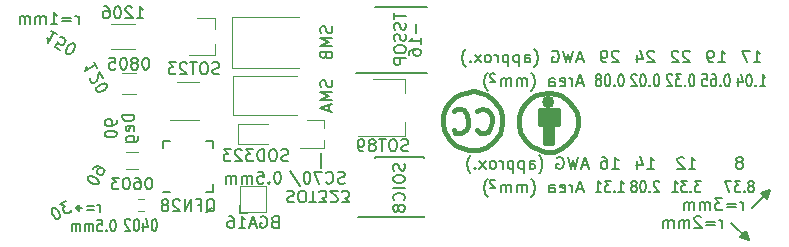
<source format=gbr>
%TF.GenerationSoftware,KiCad,Pcbnew,(6.0.5-0)*%
%TF.CreationDate,2022-12-25T00:01:24-08:00*%
%TF.ProjectId,PCBRulerSmaller,50434252-756c-4657-9253-6d616c6c6572,1.0*%
%TF.SameCoordinates,PX510ff40PY5d75c80*%
%TF.FileFunction,Legend,Bot*%
%TF.FilePolarity,Positive*%
%FSLAX46Y46*%
G04 Gerber Fmt 4.6, Leading zero omitted, Abs format (unit mm)*
G04 Created by KiCad (PCBNEW (6.0.5-0)) date 2022-12-25 00:01:24*
%MOMM*%
%LPD*%
G01*
G04 APERTURE LIST*
%ADD10C,0.150000*%
%ADD11C,0.381000*%
%ADD12C,0.120000*%
G04 APERTURE END LIST*
D10*
X5500000Y-19500000D02*
X5250000Y-19250000D01*
X5500000Y-19000000D02*
X5500000Y-19500000D01*
X5250000Y-19250000D02*
X5500000Y-19000000D01*
X5750000Y-19250000D02*
X5250000Y-19250000D01*
X60750000Y-20500000D02*
X62250000Y-22000000D01*
G36*
X62250000Y-22000000D02*
G01*
X61500000Y-21750000D01*
X62000000Y-21250000D01*
X62250000Y-22000000D01*
G37*
X62250000Y-22000000D02*
X61500000Y-21750000D01*
X62000000Y-21250000D01*
X62250000Y-22000000D01*
X7302380Y-19647380D02*
X7302380Y-18980714D01*
X7302380Y-19171190D02*
X7264285Y-19075952D01*
X7226190Y-19028333D01*
X7150000Y-18980714D01*
X7073809Y-18980714D01*
X6807142Y-19123571D02*
X6197619Y-19123571D01*
X6197619Y-19409285D02*
X6807142Y-19409285D01*
X8426190Y-20257380D02*
X8350000Y-20257380D01*
X8273809Y-20305000D01*
X8235714Y-20352619D01*
X8197619Y-20447857D01*
X8159523Y-20638333D01*
X8159523Y-20876428D01*
X8197619Y-21066904D01*
X8235714Y-21162142D01*
X8273809Y-21209761D01*
X8350000Y-21257380D01*
X8426190Y-21257380D01*
X8502380Y-21209761D01*
X8540476Y-21162142D01*
X8578571Y-21066904D01*
X8616666Y-20876428D01*
X8616666Y-20638333D01*
X8578571Y-20447857D01*
X8540476Y-20352619D01*
X8502380Y-20305000D01*
X8426190Y-20257380D01*
X7816666Y-21162142D02*
X7778571Y-21209761D01*
X7816666Y-21257380D01*
X7854761Y-21209761D01*
X7816666Y-21162142D01*
X7816666Y-21257380D01*
X7054761Y-20257380D02*
X7435714Y-20257380D01*
X7473809Y-20733571D01*
X7435714Y-20685952D01*
X7359523Y-20638333D01*
X7169047Y-20638333D01*
X7092857Y-20685952D01*
X7054761Y-20733571D01*
X7016666Y-20828809D01*
X7016666Y-21066904D01*
X7054761Y-21162142D01*
X7092857Y-21209761D01*
X7169047Y-21257380D01*
X7359523Y-21257380D01*
X7435714Y-21209761D01*
X7473809Y-21162142D01*
X6673809Y-21257380D02*
X6673809Y-20590714D01*
X6673809Y-20685952D02*
X6635714Y-20638333D01*
X6559523Y-20590714D01*
X6445238Y-20590714D01*
X6369047Y-20638333D01*
X6330952Y-20733571D01*
X6330952Y-21257380D01*
X6330952Y-20733571D02*
X6292857Y-20638333D01*
X6216666Y-20590714D01*
X6102380Y-20590714D01*
X6026190Y-20638333D01*
X5988095Y-20733571D01*
X5988095Y-21257380D01*
X5607142Y-21257380D02*
X5607142Y-20590714D01*
X5607142Y-20685952D02*
X5569047Y-20638333D01*
X5492857Y-20590714D01*
X5378571Y-20590714D01*
X5302380Y-20638333D01*
X5264285Y-20733571D01*
X5264285Y-21257380D01*
X5264285Y-20733571D02*
X5226190Y-20638333D01*
X5150000Y-20590714D01*
X5035714Y-20590714D01*
X4959523Y-20638333D01*
X4921428Y-20733571D01*
X4921428Y-21257380D01*
G36*
X63750000Y-18500000D02*
G01*
X63250000Y-18000000D01*
X64000000Y-17750000D01*
X63750000Y-18500000D01*
G37*
X63750000Y-18500000D02*
X63250000Y-18000000D01*
X64000000Y-17750000D01*
X63750000Y-18500000D01*
X62500000Y-19250000D02*
X64000000Y-17750000D01*
X60000000Y-20952380D02*
X60000000Y-20285714D01*
X60000000Y-20476190D02*
X59952380Y-20380952D01*
X59904761Y-20333333D01*
X59809523Y-20285714D01*
X59714285Y-20285714D01*
X59380952Y-20428571D02*
X58619047Y-20428571D01*
X58619047Y-20714285D02*
X59380952Y-20714285D01*
X58190476Y-20047619D02*
X58142857Y-20000000D01*
X58047619Y-19952380D01*
X57809523Y-19952380D01*
X57714285Y-20000000D01*
X57666666Y-20047619D01*
X57619047Y-20142857D01*
X57619047Y-20238095D01*
X57666666Y-20380952D01*
X58238095Y-20952380D01*
X57619047Y-20952380D01*
X57190476Y-20952380D02*
X57190476Y-20285714D01*
X57190476Y-20380952D02*
X57142857Y-20333333D01*
X57047619Y-20285714D01*
X56904761Y-20285714D01*
X56809523Y-20333333D01*
X56761904Y-20428571D01*
X56761904Y-20952380D01*
X56761904Y-20428571D02*
X56714285Y-20333333D01*
X56619047Y-20285714D01*
X56476190Y-20285714D01*
X56380952Y-20333333D01*
X56333333Y-20428571D01*
X56333333Y-20952380D01*
X55857142Y-20952380D02*
X55857142Y-20285714D01*
X55857142Y-20380952D02*
X55809523Y-20333333D01*
X55714285Y-20285714D01*
X55571428Y-20285714D01*
X55476190Y-20333333D01*
X55428571Y-20428571D01*
X55428571Y-20952380D01*
X55428571Y-20428571D02*
X55380952Y-20333333D01*
X55285714Y-20285714D01*
X55142857Y-20285714D01*
X55047619Y-20333333D01*
X55000000Y-20428571D01*
X55000000Y-20952380D01*
X61750000Y-19452380D02*
X61750000Y-18785714D01*
X61750000Y-18976190D02*
X61702380Y-18880952D01*
X61654761Y-18833333D01*
X61559523Y-18785714D01*
X61464285Y-18785714D01*
X61130952Y-18928571D02*
X60369047Y-18928571D01*
X60369047Y-19214285D02*
X61130952Y-19214285D01*
X59988095Y-18452380D02*
X59369047Y-18452380D01*
X59702380Y-18833333D01*
X59559523Y-18833333D01*
X59464285Y-18880952D01*
X59416666Y-18928571D01*
X59369047Y-19023809D01*
X59369047Y-19261904D01*
X59416666Y-19357142D01*
X59464285Y-19404761D01*
X59559523Y-19452380D01*
X59845238Y-19452380D01*
X59940476Y-19404761D01*
X59988095Y-19357142D01*
X58940476Y-19452380D02*
X58940476Y-18785714D01*
X58940476Y-18880952D02*
X58892857Y-18833333D01*
X58797619Y-18785714D01*
X58654761Y-18785714D01*
X58559523Y-18833333D01*
X58511904Y-18928571D01*
X58511904Y-19452380D01*
X58511904Y-18928571D02*
X58464285Y-18833333D01*
X58369047Y-18785714D01*
X58226190Y-18785714D01*
X58130952Y-18833333D01*
X58083333Y-18928571D01*
X58083333Y-19452380D01*
X57607142Y-19452380D02*
X57607142Y-18785714D01*
X57607142Y-18880952D02*
X57559523Y-18833333D01*
X57464285Y-18785714D01*
X57321428Y-18785714D01*
X57226190Y-18833333D01*
X57178571Y-18928571D01*
X57178571Y-19452380D01*
X57178571Y-18928571D02*
X57130952Y-18833333D01*
X57035714Y-18785714D01*
X56892857Y-18785714D01*
X56797619Y-18833333D01*
X56750000Y-18928571D01*
X56750000Y-19452380D01*
X10202380Y-11357142D02*
X9202380Y-11357142D01*
X9202380Y-11595238D01*
X9250000Y-11738095D01*
X9345238Y-11833333D01*
X9440476Y-11880952D01*
X9630952Y-11928571D01*
X9773809Y-11928571D01*
X9964285Y-11880952D01*
X10059523Y-11833333D01*
X10154761Y-11738095D01*
X10202380Y-11595238D01*
X10202380Y-11357142D01*
X10154761Y-12738095D02*
X10202380Y-12642857D01*
X10202380Y-12452380D01*
X10154761Y-12357142D01*
X10059523Y-12309523D01*
X9678571Y-12309523D01*
X9583333Y-12357142D01*
X9535714Y-12452380D01*
X9535714Y-12642857D01*
X9583333Y-12738095D01*
X9678571Y-12785714D01*
X9773809Y-12785714D01*
X9869047Y-12309523D01*
X9535714Y-13642857D02*
X10345238Y-13642857D01*
X10440476Y-13595238D01*
X10488095Y-13547619D01*
X10535714Y-13452380D01*
X10535714Y-13309523D01*
X10488095Y-13214285D01*
X10154761Y-13642857D02*
X10202380Y-13547619D01*
X10202380Y-13357142D01*
X10154761Y-13261904D01*
X10107142Y-13214285D01*
X10011904Y-13166666D01*
X9726190Y-13166666D01*
X9630952Y-13214285D01*
X9583333Y-13261904D01*
X9535714Y-13357142D01*
X9535714Y-13547619D01*
X9583333Y-13642857D01*
X26000000Y-15875000D02*
X26000000Y-14625000D01*
X34071428Y-3666666D02*
X34071428Y-4428571D01*
X34452380Y-5428571D02*
X34452380Y-4857142D01*
X34452380Y-5142857D02*
X33452380Y-5142857D01*
X33595238Y-5047619D01*
X33690476Y-4952380D01*
X33738095Y-4857142D01*
X33452380Y-6285714D02*
X33452380Y-6095238D01*
X33500000Y-6000000D01*
X33547619Y-5952380D01*
X33690476Y-5857142D01*
X33880952Y-5809523D01*
X34261904Y-5809523D01*
X34357142Y-5857142D01*
X34404761Y-5904761D01*
X34452380Y-6000000D01*
X34452380Y-6190476D01*
X34404761Y-6285714D01*
X34357142Y-6333333D01*
X34261904Y-6380952D01*
X34023809Y-6380952D01*
X33928571Y-6333333D01*
X33880952Y-6285714D01*
X33833333Y-6190476D01*
X33833333Y-6000000D01*
X33880952Y-5904761D01*
X33928571Y-5857142D01*
X34023809Y-5809523D01*
X23130952Y-17845238D02*
X23273809Y-17797619D01*
X23511904Y-17797619D01*
X23607142Y-17845238D01*
X23654761Y-17892857D01*
X23702380Y-17988095D01*
X23702380Y-18083333D01*
X23654761Y-18178571D01*
X23607142Y-18226190D01*
X23511904Y-18273809D01*
X23321428Y-18321428D01*
X23226190Y-18369047D01*
X23178571Y-18416666D01*
X23130952Y-18511904D01*
X23130952Y-18607142D01*
X23178571Y-18702380D01*
X23226190Y-18750000D01*
X23321428Y-18797619D01*
X23559523Y-18797619D01*
X23702380Y-18750000D01*
X24321428Y-18797619D02*
X24511904Y-18797619D01*
X24607142Y-18750000D01*
X24702380Y-18654761D01*
X24750000Y-18464285D01*
X24750000Y-18130952D01*
X24702380Y-17940476D01*
X24607142Y-17845238D01*
X24511904Y-17797619D01*
X24321428Y-17797619D01*
X24226190Y-17845238D01*
X24130952Y-17940476D01*
X24083333Y-18130952D01*
X24083333Y-18464285D01*
X24130952Y-18654761D01*
X24226190Y-18750000D01*
X24321428Y-18797619D01*
X25035714Y-18797619D02*
X25607142Y-18797619D01*
X25321428Y-17797619D02*
X25321428Y-18797619D01*
X25845238Y-18797619D02*
X26464285Y-18797619D01*
X26130952Y-18416666D01*
X26273809Y-18416666D01*
X26369047Y-18369047D01*
X26416666Y-18321428D01*
X26464285Y-18226190D01*
X26464285Y-17988095D01*
X26416666Y-17892857D01*
X26369047Y-17845238D01*
X26273809Y-17797619D01*
X25988095Y-17797619D01*
X25892857Y-17845238D01*
X25845238Y-17892857D01*
X26845238Y-18702380D02*
X26892857Y-18750000D01*
X26988095Y-18797619D01*
X27226190Y-18797619D01*
X27321428Y-18750000D01*
X27369047Y-18702380D01*
X27416666Y-18607142D01*
X27416666Y-18511904D01*
X27369047Y-18369047D01*
X26797619Y-17797619D01*
X27416666Y-17797619D01*
X27750000Y-18797619D02*
X28369047Y-18797619D01*
X28035714Y-18416666D01*
X28178571Y-18416666D01*
X28273809Y-18369047D01*
X28321428Y-18321428D01*
X28369047Y-18226190D01*
X28369047Y-17988095D01*
X28321428Y-17892857D01*
X28273809Y-17845238D01*
X28178571Y-17797619D01*
X27892857Y-17797619D01*
X27797619Y-17845238D01*
X27750000Y-17892857D01*
X5500000Y-3702380D02*
X5500000Y-3035714D01*
X5500000Y-3226190D02*
X5452380Y-3130952D01*
X5404761Y-3083333D01*
X5309523Y-3035714D01*
X5214285Y-3035714D01*
X4880952Y-3178571D02*
X4119047Y-3178571D01*
X4119047Y-3464285D02*
X4880952Y-3464285D01*
X3119047Y-3702380D02*
X3690476Y-3702380D01*
X3404761Y-3702380D02*
X3404761Y-2702380D01*
X3500000Y-2845238D01*
X3595238Y-2940476D01*
X3690476Y-2988095D01*
X2690476Y-3702380D02*
X2690476Y-3035714D01*
X2690476Y-3130952D02*
X2642857Y-3083333D01*
X2547619Y-3035714D01*
X2404761Y-3035714D01*
X2309523Y-3083333D01*
X2261904Y-3178571D01*
X2261904Y-3702380D01*
X2261904Y-3178571D02*
X2214285Y-3083333D01*
X2119047Y-3035714D01*
X1976190Y-3035714D01*
X1880952Y-3083333D01*
X1833333Y-3178571D01*
X1833333Y-3702380D01*
X1357142Y-3702380D02*
X1357142Y-3035714D01*
X1357142Y-3130952D02*
X1309523Y-3083333D01*
X1214285Y-3035714D01*
X1071428Y-3035714D01*
X976190Y-3083333D01*
X928571Y-3178571D01*
X928571Y-3702380D01*
X928571Y-3178571D02*
X880952Y-3083333D01*
X785714Y-3035714D01*
X642857Y-3035714D01*
X547619Y-3083333D01*
X500000Y-3178571D01*
X500000Y-3702380D01*
X22370238Y-16202380D02*
X22275000Y-16202380D01*
X22179761Y-16250000D01*
X22132142Y-16297619D01*
X22084523Y-16392857D01*
X22036904Y-16583333D01*
X22036904Y-16821428D01*
X22084523Y-17011904D01*
X22132142Y-17107142D01*
X22179761Y-17154761D01*
X22275000Y-17202380D01*
X22370238Y-17202380D01*
X22465476Y-17154761D01*
X22513095Y-17107142D01*
X22560714Y-17011904D01*
X22608333Y-16821428D01*
X22608333Y-16583333D01*
X22560714Y-16392857D01*
X22513095Y-16297619D01*
X22465476Y-16250000D01*
X22370238Y-16202380D01*
X21608333Y-17107142D02*
X21560714Y-17154761D01*
X21608333Y-17202380D01*
X21655952Y-17154761D01*
X21608333Y-17107142D01*
X21608333Y-17202380D01*
X20655952Y-16202380D02*
X21132142Y-16202380D01*
X21179761Y-16678571D01*
X21132142Y-16630952D01*
X21036904Y-16583333D01*
X20798809Y-16583333D01*
X20703571Y-16630952D01*
X20655952Y-16678571D01*
X20608333Y-16773809D01*
X20608333Y-17011904D01*
X20655952Y-17107142D01*
X20703571Y-17154761D01*
X20798809Y-17202380D01*
X21036904Y-17202380D01*
X21132142Y-17154761D01*
X21179761Y-17107142D01*
X20179761Y-17202380D02*
X20179761Y-16535714D01*
X20179761Y-16630952D02*
X20132142Y-16583333D01*
X20036904Y-16535714D01*
X19894047Y-16535714D01*
X19798809Y-16583333D01*
X19751190Y-16678571D01*
X19751190Y-17202380D01*
X19751190Y-16678571D02*
X19703571Y-16583333D01*
X19608333Y-16535714D01*
X19465476Y-16535714D01*
X19370238Y-16583333D01*
X19322619Y-16678571D01*
X19322619Y-17202380D01*
X18846428Y-17202380D02*
X18846428Y-16535714D01*
X18846428Y-16630952D02*
X18798809Y-16583333D01*
X18703571Y-16535714D01*
X18560714Y-16535714D01*
X18465476Y-16583333D01*
X18417857Y-16678571D01*
X18417857Y-17202380D01*
X18417857Y-16678571D02*
X18370238Y-16583333D01*
X18275000Y-16535714D01*
X18132142Y-16535714D01*
X18036904Y-16583333D01*
X17989285Y-16678571D01*
X17989285Y-17202380D01*
%TO.C,REF\u002A\u002A*%
X8702380Y-11858333D02*
X8702380Y-12048809D01*
X8654761Y-12144047D01*
X8607142Y-12191666D01*
X8464285Y-12286904D01*
X8273809Y-12334523D01*
X7892857Y-12334523D01*
X7797619Y-12286904D01*
X7750000Y-12239285D01*
X7702380Y-12144047D01*
X7702380Y-11953571D01*
X7750000Y-11858333D01*
X7797619Y-11810714D01*
X7892857Y-11763095D01*
X8130952Y-11763095D01*
X8226190Y-11810714D01*
X8273809Y-11858333D01*
X8321428Y-11953571D01*
X8321428Y-12144047D01*
X8273809Y-12239285D01*
X8226190Y-12286904D01*
X8130952Y-12334523D01*
X7702380Y-12953571D02*
X7702380Y-13048809D01*
X7750000Y-13144047D01*
X7797619Y-13191666D01*
X7892857Y-13239285D01*
X8083333Y-13286904D01*
X8321428Y-13286904D01*
X8511904Y-13239285D01*
X8607142Y-13191666D01*
X8654761Y-13144047D01*
X8702380Y-13048809D01*
X8702380Y-12953571D01*
X8654761Y-12858333D01*
X8607142Y-12810714D01*
X8511904Y-12763095D01*
X8321428Y-12715476D01*
X8083333Y-12715476D01*
X7892857Y-12763095D01*
X7797619Y-12810714D01*
X7750000Y-12858333D01*
X7702380Y-12953571D01*
X4427258Y-18645986D02*
X3891147Y-18955509D01*
X4370299Y-19118757D01*
X4246581Y-19190186D01*
X4187912Y-19279044D01*
X4170482Y-19344093D01*
X4176861Y-19450381D01*
X4295909Y-19656578D01*
X4384767Y-19715247D01*
X4449816Y-19732676D01*
X4556104Y-19726297D01*
X4803540Y-19583440D01*
X4862209Y-19494581D01*
X4879639Y-19429532D01*
X3355036Y-19265033D02*
X3272558Y-19312652D01*
X3213889Y-19401511D01*
X3196459Y-19466559D01*
X3202838Y-19572848D01*
X3256837Y-19761614D01*
X3375885Y-19967811D01*
X3512362Y-20108959D01*
X3601221Y-20167628D01*
X3666269Y-20185057D01*
X3772558Y-20178678D01*
X3855036Y-20131059D01*
X3913705Y-20042200D01*
X3931135Y-19977151D01*
X3924755Y-19870863D01*
X3870757Y-19682097D01*
X3751709Y-19475900D01*
X3615232Y-19334752D01*
X3526373Y-19276083D01*
X3461324Y-19258653D01*
X3355036Y-19265033D01*
X6668605Y-16003754D02*
X6763843Y-15838797D01*
X6852701Y-15780128D01*
X6917750Y-15762698D01*
X7089087Y-15751648D01*
X7277854Y-15805647D01*
X7607768Y-15996123D01*
X7666437Y-16084981D01*
X7683867Y-16150030D01*
X7677487Y-16256318D01*
X7582249Y-16421276D01*
X7493391Y-16479945D01*
X7428342Y-16497374D01*
X7322054Y-16490995D01*
X7115857Y-16371947D01*
X7057188Y-16283089D01*
X7039758Y-16218040D01*
X7046138Y-16111752D01*
X7141376Y-15946795D01*
X7230235Y-15888125D01*
X7295283Y-15870696D01*
X7401572Y-15877075D01*
X6311462Y-16622344D02*
X6263843Y-16704822D01*
X6257463Y-16811110D01*
X6274893Y-16876159D01*
X6333562Y-16965018D01*
X6474710Y-17101495D01*
X6680906Y-17220543D01*
X6869673Y-17274541D01*
X6975961Y-17280921D01*
X7041010Y-17263491D01*
X7129868Y-17204822D01*
X7177487Y-17122344D01*
X7183867Y-17016056D01*
X7166437Y-16951007D01*
X7107768Y-16862148D01*
X6966620Y-16725671D01*
X6760424Y-16606623D01*
X6571657Y-16552625D01*
X6465369Y-16546245D01*
X6400320Y-16563675D01*
X6311462Y-16622344D01*
X3648840Y-4549893D02*
X3153968Y-4264178D01*
X3401404Y-4407036D02*
X2901404Y-5273061D01*
X2890354Y-5101724D01*
X2855494Y-4971626D01*
X2796825Y-4882768D01*
X3932387Y-5868299D02*
X3519993Y-5630204D01*
X3716849Y-5194001D01*
X3734279Y-5259050D01*
X3792948Y-5347908D01*
X3999145Y-5466956D01*
X4105433Y-5473336D01*
X4170482Y-5455906D01*
X4259340Y-5397237D01*
X4378388Y-5191040D01*
X4384767Y-5084752D01*
X4367338Y-5019704D01*
X4308669Y-4930845D01*
X4102472Y-4811798D01*
X3996184Y-4805418D01*
X3931135Y-4822848D01*
X4509737Y-6201632D02*
X4592215Y-6249252D01*
X4698504Y-6255631D01*
X4763552Y-6238201D01*
X4852411Y-6179532D01*
X4988888Y-6038385D01*
X5107936Y-5832188D01*
X5161935Y-5643421D01*
X5168314Y-5537133D01*
X5150884Y-5472084D01*
X5092215Y-5383226D01*
X5009737Y-5335607D01*
X4903449Y-5329227D01*
X4838400Y-5346657D01*
X4749541Y-5405326D01*
X4613064Y-5546474D01*
X4494016Y-5752670D01*
X4440018Y-5941437D01*
X4433638Y-6047725D01*
X4451068Y-6112774D01*
X4509737Y-6201632D01*
X7058440Y-7446459D02*
X6772725Y-6951587D01*
X6915582Y-7199023D02*
X6049557Y-7699023D01*
X6125656Y-7545116D01*
X6160515Y-7415018D01*
X6154136Y-7308730D01*
X6465369Y-8228754D02*
X6447939Y-8293803D01*
X6454319Y-8400091D01*
X6573367Y-8606288D01*
X6662225Y-8664957D01*
X6727274Y-8682387D01*
X6833562Y-8676007D01*
X6916040Y-8628388D01*
X7015949Y-8515720D01*
X7225106Y-7735134D01*
X7534630Y-8271245D01*
X6978128Y-9307356D02*
X7025747Y-9389834D01*
X7114606Y-9448504D01*
X7179655Y-9465933D01*
X7285943Y-9459554D01*
X7474710Y-9405555D01*
X7680906Y-9286507D01*
X7822054Y-9150030D01*
X7880723Y-9061171D01*
X7898153Y-8996123D01*
X7891773Y-8889834D01*
X7844154Y-8807356D01*
X7755295Y-8748687D01*
X7690247Y-8731257D01*
X7583959Y-8737637D01*
X7395192Y-8791635D01*
X7188995Y-8910683D01*
X7047848Y-9047161D01*
X6989178Y-9136019D01*
X6971749Y-9201068D01*
X6978128Y-9307356D01*
X48162023Y-17666666D02*
X47685833Y-17666666D01*
X48257261Y-17952380D02*
X47923928Y-16952380D01*
X47590595Y-17952380D01*
X47257261Y-17952380D02*
X47257261Y-17285714D01*
X47257261Y-17476190D02*
X47209642Y-17380952D01*
X47162023Y-17333333D01*
X47066785Y-17285714D01*
X46971547Y-17285714D01*
X46257261Y-17904761D02*
X46352500Y-17952380D01*
X46542976Y-17952380D01*
X46638214Y-17904761D01*
X46685833Y-17809523D01*
X46685833Y-17428571D01*
X46638214Y-17333333D01*
X46542976Y-17285714D01*
X46352500Y-17285714D01*
X46257261Y-17333333D01*
X46209642Y-17428571D01*
X46209642Y-17523809D01*
X46685833Y-17619047D01*
X45352500Y-17952380D02*
X45352500Y-17428571D01*
X45400119Y-17333333D01*
X45495357Y-17285714D01*
X45685833Y-17285714D01*
X45781071Y-17333333D01*
X45352500Y-17904761D02*
X45447738Y-17952380D01*
X45685833Y-17952380D01*
X45781071Y-17904761D01*
X45828690Y-17809523D01*
X45828690Y-17714285D01*
X45781071Y-17619047D01*
X45685833Y-17571428D01*
X45447738Y-17571428D01*
X45352500Y-17523809D01*
X43828690Y-18333333D02*
X43876309Y-18285714D01*
X43971547Y-18142857D01*
X44019166Y-18047619D01*
X44066785Y-17904761D01*
X44114404Y-17666666D01*
X44114404Y-17476190D01*
X44066785Y-17238095D01*
X44019166Y-17095238D01*
X43971547Y-17000000D01*
X43876309Y-16857142D01*
X43828690Y-16809523D01*
X43447738Y-17952380D02*
X43447738Y-17285714D01*
X43447738Y-17380952D02*
X43400119Y-17333333D01*
X43304880Y-17285714D01*
X43162023Y-17285714D01*
X43066785Y-17333333D01*
X43019166Y-17428571D01*
X43019166Y-17952380D01*
X43019166Y-17428571D02*
X42971547Y-17333333D01*
X42876309Y-17285714D01*
X42733452Y-17285714D01*
X42638214Y-17333333D01*
X42590595Y-17428571D01*
X42590595Y-17952380D01*
X42114404Y-17952380D02*
X42114404Y-17285714D01*
X42114404Y-17380952D02*
X42066785Y-17333333D01*
X41971547Y-17285714D01*
X41828690Y-17285714D01*
X41733452Y-17333333D01*
X41685833Y-17428571D01*
X41685833Y-17952380D01*
X41685833Y-17428571D02*
X41638214Y-17333333D01*
X41542976Y-17285714D01*
X41400119Y-17285714D01*
X41304880Y-17333333D01*
X41257261Y-17428571D01*
X41257261Y-17952380D01*
X40114404Y-18333333D02*
X40066785Y-18285714D01*
X39971547Y-18142857D01*
X39923928Y-18047619D01*
X39876309Y-17904761D01*
X39828690Y-17666666D01*
X39828690Y-17476190D01*
X39876309Y-17238095D01*
X39923928Y-17095238D01*
X39971547Y-17000000D01*
X40066785Y-16857142D01*
X40114404Y-16809523D01*
X48162023Y-6666666D02*
X47685833Y-6666666D01*
X48257261Y-6952380D02*
X47923928Y-5952380D01*
X47590595Y-6952380D01*
X47352500Y-5952380D02*
X47114404Y-6952380D01*
X46923928Y-6238095D01*
X46733452Y-6952380D01*
X46495357Y-5952380D01*
X45590595Y-6000000D02*
X45685833Y-5952380D01*
X45828690Y-5952380D01*
X45971547Y-6000000D01*
X46066785Y-6095238D01*
X46114404Y-6190476D01*
X46162023Y-6380952D01*
X46162023Y-6523809D01*
X46114404Y-6714285D01*
X46066785Y-6809523D01*
X45971547Y-6904761D01*
X45828690Y-6952380D01*
X45733452Y-6952380D01*
X45590595Y-6904761D01*
X45542976Y-6857142D01*
X45542976Y-6523809D01*
X45733452Y-6523809D01*
X44066785Y-7333333D02*
X44114404Y-7285714D01*
X44209642Y-7142857D01*
X44257261Y-7047619D01*
X44304880Y-6904761D01*
X44352500Y-6666666D01*
X44352500Y-6476190D01*
X44304880Y-6238095D01*
X44257261Y-6095238D01*
X44209642Y-6000000D01*
X44114404Y-5857142D01*
X44066785Y-5809523D01*
X43257261Y-6952380D02*
X43257261Y-6428571D01*
X43304880Y-6333333D01*
X43400119Y-6285714D01*
X43590595Y-6285714D01*
X43685833Y-6333333D01*
X43257261Y-6904761D02*
X43352500Y-6952380D01*
X43590595Y-6952380D01*
X43685833Y-6904761D01*
X43733452Y-6809523D01*
X43733452Y-6714285D01*
X43685833Y-6619047D01*
X43590595Y-6571428D01*
X43352500Y-6571428D01*
X43257261Y-6523809D01*
X42781071Y-6285714D02*
X42781071Y-7285714D01*
X42781071Y-6333333D02*
X42685833Y-6285714D01*
X42495357Y-6285714D01*
X42400119Y-6333333D01*
X42352500Y-6380952D01*
X42304880Y-6476190D01*
X42304880Y-6761904D01*
X42352500Y-6857142D01*
X42400119Y-6904761D01*
X42495357Y-6952380D01*
X42685833Y-6952380D01*
X42781071Y-6904761D01*
X41876309Y-6285714D02*
X41876309Y-7285714D01*
X41876309Y-6333333D02*
X41781071Y-6285714D01*
X41590595Y-6285714D01*
X41495357Y-6333333D01*
X41447738Y-6380952D01*
X41400119Y-6476190D01*
X41400119Y-6761904D01*
X41447738Y-6857142D01*
X41495357Y-6904761D01*
X41590595Y-6952380D01*
X41781071Y-6952380D01*
X41876309Y-6904761D01*
X40971547Y-6952380D02*
X40971547Y-6285714D01*
X40971547Y-6476190D02*
X40923928Y-6380952D01*
X40876309Y-6333333D01*
X40781071Y-6285714D01*
X40685833Y-6285714D01*
X40209642Y-6952380D02*
X40304880Y-6904761D01*
X40352500Y-6857142D01*
X40400119Y-6761904D01*
X40400119Y-6476190D01*
X40352500Y-6380952D01*
X40304880Y-6333333D01*
X40209642Y-6285714D01*
X40066785Y-6285714D01*
X39971547Y-6333333D01*
X39923928Y-6380952D01*
X39876309Y-6476190D01*
X39876309Y-6761904D01*
X39923928Y-6857142D01*
X39971547Y-6904761D01*
X40066785Y-6952380D01*
X40209642Y-6952380D01*
X39542976Y-6952380D02*
X39019166Y-6285714D01*
X39542976Y-6285714D02*
X39019166Y-6952380D01*
X38638214Y-6857142D02*
X38590595Y-6904761D01*
X38638214Y-6952380D01*
X38685833Y-6904761D01*
X38638214Y-6857142D01*
X38638214Y-6952380D01*
X38257261Y-7333333D02*
X38209642Y-7285714D01*
X38114404Y-7142857D01*
X38066785Y-7047619D01*
X38019166Y-6904761D01*
X37971547Y-6666666D01*
X37971547Y-6476190D01*
X38019166Y-6238095D01*
X38066785Y-6095238D01*
X38114404Y-6000000D01*
X38209642Y-5857142D01*
X38257261Y-5809523D01*
X40719166Y-16933333D02*
X40685833Y-16900000D01*
X40619166Y-16866666D01*
X40452500Y-16866666D01*
X40385833Y-16900000D01*
X40352500Y-16933333D01*
X40319166Y-17000000D01*
X40319166Y-17066666D01*
X40352500Y-17166666D01*
X40752500Y-17566666D01*
X40319166Y-17566666D01*
X51173809Y-17952380D02*
X51630952Y-17952380D01*
X51402380Y-17952380D02*
X51402380Y-16952380D01*
X51478571Y-17095238D01*
X51554761Y-17190476D01*
X51630952Y-17238095D01*
X50830952Y-17857142D02*
X50792857Y-17904761D01*
X50830952Y-17952380D01*
X50869047Y-17904761D01*
X50830952Y-17857142D01*
X50830952Y-17952380D01*
X50526190Y-16952380D02*
X50030952Y-16952380D01*
X50297619Y-17333333D01*
X50183333Y-17333333D01*
X50107142Y-17380952D01*
X50069047Y-17428571D01*
X50030952Y-17523809D01*
X50030952Y-17761904D01*
X50069047Y-17857142D01*
X50107142Y-17904761D01*
X50183333Y-17952380D01*
X50411904Y-17952380D01*
X50488095Y-17904761D01*
X50526190Y-17857142D01*
X49269047Y-17952380D02*
X49726190Y-17952380D01*
X49497619Y-17952380D02*
X49497619Y-16952380D01*
X49573809Y-17095238D01*
X49650000Y-17190476D01*
X49726190Y-17238095D01*
X62640476Y-6952380D02*
X63211904Y-6952380D01*
X62926190Y-6952380D02*
X62926190Y-5952380D01*
X63021428Y-6095238D01*
X63116666Y-6190476D01*
X63211904Y-6238095D01*
X62307142Y-5952380D02*
X61640476Y-5952380D01*
X62069047Y-6952380D01*
X48162023Y-8666666D02*
X47685833Y-8666666D01*
X48257261Y-8952380D02*
X47923928Y-7952380D01*
X47590595Y-8952380D01*
X47257261Y-8952380D02*
X47257261Y-8285714D01*
X47257261Y-8476190D02*
X47209642Y-8380952D01*
X47162023Y-8333333D01*
X47066785Y-8285714D01*
X46971547Y-8285714D01*
X46257261Y-8904761D02*
X46352500Y-8952380D01*
X46542976Y-8952380D01*
X46638214Y-8904761D01*
X46685833Y-8809523D01*
X46685833Y-8428571D01*
X46638214Y-8333333D01*
X46542976Y-8285714D01*
X46352500Y-8285714D01*
X46257261Y-8333333D01*
X46209642Y-8428571D01*
X46209642Y-8523809D01*
X46685833Y-8619047D01*
X45352500Y-8952380D02*
X45352500Y-8428571D01*
X45400119Y-8333333D01*
X45495357Y-8285714D01*
X45685833Y-8285714D01*
X45781071Y-8333333D01*
X45352500Y-8904761D02*
X45447738Y-8952380D01*
X45685833Y-8952380D01*
X45781071Y-8904761D01*
X45828690Y-8809523D01*
X45828690Y-8714285D01*
X45781071Y-8619047D01*
X45685833Y-8571428D01*
X45447738Y-8571428D01*
X45352500Y-8523809D01*
X43828690Y-9333333D02*
X43876309Y-9285714D01*
X43971547Y-9142857D01*
X44019166Y-9047619D01*
X44066785Y-8904761D01*
X44114404Y-8666666D01*
X44114404Y-8476190D01*
X44066785Y-8238095D01*
X44019166Y-8095238D01*
X43971547Y-8000000D01*
X43876309Y-7857142D01*
X43828690Y-7809523D01*
X43447738Y-8952380D02*
X43447738Y-8285714D01*
X43447738Y-8380952D02*
X43400119Y-8333333D01*
X43304880Y-8285714D01*
X43162023Y-8285714D01*
X43066785Y-8333333D01*
X43019166Y-8428571D01*
X43019166Y-8952380D01*
X43019166Y-8428571D02*
X42971547Y-8333333D01*
X42876309Y-8285714D01*
X42733452Y-8285714D01*
X42638214Y-8333333D01*
X42590595Y-8428571D01*
X42590595Y-8952380D01*
X42114404Y-8952380D02*
X42114404Y-8285714D01*
X42114404Y-8380952D02*
X42066785Y-8333333D01*
X41971547Y-8285714D01*
X41828690Y-8285714D01*
X41733452Y-8333333D01*
X41685833Y-8428571D01*
X41685833Y-8952380D01*
X41685833Y-8428571D02*
X41638214Y-8333333D01*
X41542976Y-8285714D01*
X41400119Y-8285714D01*
X41304880Y-8333333D01*
X41257261Y-8428571D01*
X41257261Y-8952380D01*
X40114404Y-9333333D02*
X40066785Y-9285714D01*
X39971547Y-9142857D01*
X39923928Y-9047619D01*
X39876309Y-8904761D01*
X39828690Y-8666666D01*
X39828690Y-8476190D01*
X39876309Y-8238095D01*
X39923928Y-8095238D01*
X39971547Y-8000000D01*
X40066785Y-7857142D01*
X40114404Y-7809523D01*
X57211904Y-6047619D02*
X57164285Y-6000000D01*
X57069047Y-5952380D01*
X56830952Y-5952380D01*
X56735714Y-6000000D01*
X56688095Y-6047619D01*
X56640476Y-6142857D01*
X56640476Y-6238095D01*
X56688095Y-6380952D01*
X57259523Y-6952380D01*
X56640476Y-6952380D01*
X56259523Y-6047619D02*
X56211904Y-6000000D01*
X56116666Y-5952380D01*
X55878571Y-5952380D01*
X55783333Y-6000000D01*
X55735714Y-6047619D01*
X55688095Y-6142857D01*
X55688095Y-6238095D01*
X55735714Y-6380952D01*
X56307142Y-6952380D01*
X55688095Y-6952380D01*
X53640476Y-15952380D02*
X54211904Y-15952380D01*
X53926190Y-15952380D02*
X53926190Y-14952380D01*
X54021428Y-15095238D01*
X54116666Y-15190476D01*
X54211904Y-15238095D01*
X52783333Y-15285714D02*
X52783333Y-15952380D01*
X53021428Y-14904761D02*
X53259523Y-15619047D01*
X52640476Y-15619047D01*
X40719166Y-7933333D02*
X40685833Y-7900000D01*
X40619166Y-7866666D01*
X40452500Y-7866666D01*
X40385833Y-7900000D01*
X40352500Y-7933333D01*
X40319166Y-8000000D01*
X40319166Y-8066666D01*
X40352500Y-8166666D01*
X40752500Y-8566666D01*
X40319166Y-8566666D01*
X51440476Y-7952380D02*
X51364285Y-7952380D01*
X51288095Y-8000000D01*
X51250000Y-8047619D01*
X51211904Y-8142857D01*
X51173809Y-8333333D01*
X51173809Y-8571428D01*
X51211904Y-8761904D01*
X51250000Y-8857142D01*
X51288095Y-8904761D01*
X51364285Y-8952380D01*
X51440476Y-8952380D01*
X51516666Y-8904761D01*
X51554761Y-8857142D01*
X51592857Y-8761904D01*
X51630952Y-8571428D01*
X51630952Y-8333333D01*
X51592857Y-8142857D01*
X51554761Y-8047619D01*
X51516666Y-8000000D01*
X51440476Y-7952380D01*
X50830952Y-8857142D02*
X50792857Y-8904761D01*
X50830952Y-8952380D01*
X50869047Y-8904761D01*
X50830952Y-8857142D01*
X50830952Y-8952380D01*
X50297619Y-7952380D02*
X50221428Y-7952380D01*
X50145238Y-8000000D01*
X50107142Y-8047619D01*
X50069047Y-8142857D01*
X50030952Y-8333333D01*
X50030952Y-8571428D01*
X50069047Y-8761904D01*
X50107142Y-8857142D01*
X50145238Y-8904761D01*
X50221428Y-8952380D01*
X50297619Y-8952380D01*
X50373809Y-8904761D01*
X50411904Y-8857142D01*
X50450000Y-8761904D01*
X50488095Y-8571428D01*
X50488095Y-8333333D01*
X50450000Y-8142857D01*
X50411904Y-8047619D01*
X50373809Y-8000000D01*
X50297619Y-7952380D01*
X49573809Y-8380952D02*
X49650000Y-8333333D01*
X49688095Y-8285714D01*
X49726190Y-8190476D01*
X49726190Y-8142857D01*
X49688095Y-8047619D01*
X49650000Y-8000000D01*
X49573809Y-7952380D01*
X49421428Y-7952380D01*
X49345238Y-8000000D01*
X49307142Y-8047619D01*
X49269047Y-8142857D01*
X49269047Y-8190476D01*
X49307142Y-8285714D01*
X49345238Y-8333333D01*
X49421428Y-8380952D01*
X49573809Y-8380952D01*
X49650000Y-8428571D01*
X49688095Y-8476190D01*
X49726190Y-8571428D01*
X49726190Y-8761904D01*
X49688095Y-8857142D01*
X49650000Y-8904761D01*
X49573809Y-8952380D01*
X49421428Y-8952380D01*
X49345238Y-8904761D01*
X49307142Y-8857142D01*
X49269047Y-8761904D01*
X49269047Y-8571428D01*
X49307142Y-8476190D01*
X49345238Y-8428571D01*
X49421428Y-8380952D01*
X50640476Y-15952380D02*
X51211904Y-15952380D01*
X50926190Y-15952380D02*
X50926190Y-14952380D01*
X51021428Y-15095238D01*
X51116666Y-15190476D01*
X51211904Y-15238095D01*
X49783333Y-14952380D02*
X49973809Y-14952380D01*
X50069047Y-15000000D01*
X50116666Y-15047619D01*
X50211904Y-15190476D01*
X50259523Y-15380952D01*
X50259523Y-15761904D01*
X50211904Y-15857142D01*
X50164285Y-15904761D01*
X50069047Y-15952380D01*
X49878571Y-15952380D01*
X49783333Y-15904761D01*
X49735714Y-15857142D01*
X49688095Y-15761904D01*
X49688095Y-15523809D01*
X49735714Y-15428571D01*
X49783333Y-15380952D01*
X49878571Y-15333333D01*
X50069047Y-15333333D01*
X50164285Y-15380952D01*
X50211904Y-15428571D01*
X50259523Y-15523809D01*
X48569047Y-15666666D02*
X48092857Y-15666666D01*
X48664285Y-15952380D02*
X48330952Y-14952380D01*
X47997619Y-15952380D01*
X47759523Y-14952380D02*
X47521428Y-15952380D01*
X47330952Y-15238095D01*
X47140476Y-15952380D01*
X46902380Y-14952380D01*
X45997619Y-15000000D02*
X46092857Y-14952380D01*
X46235714Y-14952380D01*
X46378571Y-15000000D01*
X46473809Y-15095238D01*
X46521428Y-15190476D01*
X46569047Y-15380952D01*
X46569047Y-15523809D01*
X46521428Y-15714285D01*
X46473809Y-15809523D01*
X46378571Y-15904761D01*
X46235714Y-15952380D01*
X46140476Y-15952380D01*
X45997619Y-15904761D01*
X45950000Y-15857142D01*
X45950000Y-15523809D01*
X46140476Y-15523809D01*
X44473809Y-16333333D02*
X44521428Y-16285714D01*
X44616666Y-16142857D01*
X44664285Y-16047619D01*
X44711904Y-15904761D01*
X44759523Y-15666666D01*
X44759523Y-15476190D01*
X44711904Y-15238095D01*
X44664285Y-15095238D01*
X44616666Y-15000000D01*
X44521428Y-14857142D01*
X44473809Y-14809523D01*
X43664285Y-15952380D02*
X43664285Y-15428571D01*
X43711904Y-15333333D01*
X43807142Y-15285714D01*
X43997619Y-15285714D01*
X44092857Y-15333333D01*
X43664285Y-15904761D02*
X43759523Y-15952380D01*
X43997619Y-15952380D01*
X44092857Y-15904761D01*
X44140476Y-15809523D01*
X44140476Y-15714285D01*
X44092857Y-15619047D01*
X43997619Y-15571428D01*
X43759523Y-15571428D01*
X43664285Y-15523809D01*
X43188095Y-15285714D02*
X43188095Y-16285714D01*
X43188095Y-15333333D02*
X43092857Y-15285714D01*
X42902380Y-15285714D01*
X42807142Y-15333333D01*
X42759523Y-15380952D01*
X42711904Y-15476190D01*
X42711904Y-15761904D01*
X42759523Y-15857142D01*
X42807142Y-15904761D01*
X42902380Y-15952380D01*
X43092857Y-15952380D01*
X43188095Y-15904761D01*
X42283333Y-15285714D02*
X42283333Y-16285714D01*
X42283333Y-15333333D02*
X42188095Y-15285714D01*
X41997619Y-15285714D01*
X41902380Y-15333333D01*
X41854761Y-15380952D01*
X41807142Y-15476190D01*
X41807142Y-15761904D01*
X41854761Y-15857142D01*
X41902380Y-15904761D01*
X41997619Y-15952380D01*
X42188095Y-15952380D01*
X42283333Y-15904761D01*
X41378571Y-15952380D02*
X41378571Y-15285714D01*
X41378571Y-15476190D02*
X41330952Y-15380952D01*
X41283333Y-15333333D01*
X41188095Y-15285714D01*
X41092857Y-15285714D01*
X40616666Y-15952380D02*
X40711904Y-15904761D01*
X40759523Y-15857142D01*
X40807142Y-15761904D01*
X40807142Y-15476190D01*
X40759523Y-15380952D01*
X40711904Y-15333333D01*
X40616666Y-15285714D01*
X40473809Y-15285714D01*
X40378571Y-15333333D01*
X40330952Y-15380952D01*
X40283333Y-15476190D01*
X40283333Y-15761904D01*
X40330952Y-15857142D01*
X40378571Y-15904761D01*
X40473809Y-15952380D01*
X40616666Y-15952380D01*
X39950000Y-15952380D02*
X39426190Y-15285714D01*
X39950000Y-15285714D02*
X39426190Y-15952380D01*
X39045238Y-15857142D02*
X38997619Y-15904761D01*
X39045238Y-15952380D01*
X39092857Y-15904761D01*
X39045238Y-15857142D01*
X39045238Y-15952380D01*
X38664285Y-16333333D02*
X38616666Y-16285714D01*
X38521428Y-16142857D01*
X38473809Y-16047619D01*
X38426190Y-15904761D01*
X38378571Y-15666666D01*
X38378571Y-15476190D01*
X38426190Y-15238095D01*
X38473809Y-15095238D01*
X38521428Y-15000000D01*
X38616666Y-14857142D01*
X38664285Y-14809523D01*
X60440476Y-7952380D02*
X60364285Y-7952380D01*
X60288095Y-8000000D01*
X60250000Y-8047619D01*
X60211904Y-8142857D01*
X60173809Y-8333333D01*
X60173809Y-8571428D01*
X60211904Y-8761904D01*
X60250000Y-8857142D01*
X60288095Y-8904761D01*
X60364285Y-8952380D01*
X60440476Y-8952380D01*
X60516666Y-8904761D01*
X60554761Y-8857142D01*
X60592857Y-8761904D01*
X60630952Y-8571428D01*
X60630952Y-8333333D01*
X60592857Y-8142857D01*
X60554761Y-8047619D01*
X60516666Y-8000000D01*
X60440476Y-7952380D01*
X59830952Y-8857142D02*
X59792857Y-8904761D01*
X59830952Y-8952380D01*
X59869047Y-8904761D01*
X59830952Y-8857142D01*
X59830952Y-8952380D01*
X59107142Y-7952380D02*
X59259523Y-7952380D01*
X59335714Y-8000000D01*
X59373809Y-8047619D01*
X59450000Y-8190476D01*
X59488095Y-8380952D01*
X59488095Y-8761904D01*
X59450000Y-8857142D01*
X59411904Y-8904761D01*
X59335714Y-8952380D01*
X59183333Y-8952380D01*
X59107142Y-8904761D01*
X59069047Y-8857142D01*
X59030952Y-8761904D01*
X59030952Y-8523809D01*
X59069047Y-8428571D01*
X59107142Y-8380952D01*
X59183333Y-8333333D01*
X59335714Y-8333333D01*
X59411904Y-8380952D01*
X59450000Y-8428571D01*
X59488095Y-8523809D01*
X58307142Y-7952380D02*
X58688095Y-7952380D01*
X58726190Y-8428571D01*
X58688095Y-8380952D01*
X58611904Y-8333333D01*
X58421428Y-8333333D01*
X58345238Y-8380952D01*
X58307142Y-8428571D01*
X58269047Y-8523809D01*
X58269047Y-8761904D01*
X58307142Y-8857142D01*
X58345238Y-8904761D01*
X58421428Y-8952380D01*
X58611904Y-8952380D01*
X58688095Y-8904761D01*
X58726190Y-8857142D01*
X61545238Y-15380952D02*
X61640476Y-15333333D01*
X61688095Y-15285714D01*
X61735714Y-15190476D01*
X61735714Y-15142857D01*
X61688095Y-15047619D01*
X61640476Y-15000000D01*
X61545238Y-14952380D01*
X61354761Y-14952380D01*
X61259523Y-15000000D01*
X61211904Y-15047619D01*
X61164285Y-15142857D01*
X61164285Y-15190476D01*
X61211904Y-15285714D01*
X61259523Y-15333333D01*
X61354761Y-15380952D01*
X61545238Y-15380952D01*
X61640476Y-15428571D01*
X61688095Y-15476190D01*
X61735714Y-15571428D01*
X61735714Y-15761904D01*
X61688095Y-15857142D01*
X61640476Y-15904761D01*
X61545238Y-15952380D01*
X61354761Y-15952380D01*
X61259523Y-15904761D01*
X61211904Y-15857142D01*
X61164285Y-15761904D01*
X61164285Y-15571428D01*
X61211904Y-15476190D01*
X61259523Y-15428571D01*
X61354761Y-15380952D01*
X57440476Y-7952380D02*
X57364285Y-7952380D01*
X57288095Y-8000000D01*
X57250000Y-8047619D01*
X57211904Y-8142857D01*
X57173809Y-8333333D01*
X57173809Y-8571428D01*
X57211904Y-8761904D01*
X57250000Y-8857142D01*
X57288095Y-8904761D01*
X57364285Y-8952380D01*
X57440476Y-8952380D01*
X57516666Y-8904761D01*
X57554761Y-8857142D01*
X57592857Y-8761904D01*
X57630952Y-8571428D01*
X57630952Y-8333333D01*
X57592857Y-8142857D01*
X57554761Y-8047619D01*
X57516666Y-8000000D01*
X57440476Y-7952380D01*
X56830952Y-8857142D02*
X56792857Y-8904761D01*
X56830952Y-8952380D01*
X56869047Y-8904761D01*
X56830952Y-8857142D01*
X56830952Y-8952380D01*
X56526190Y-7952380D02*
X56030952Y-7952380D01*
X56297619Y-8333333D01*
X56183333Y-8333333D01*
X56107142Y-8380952D01*
X56069047Y-8428571D01*
X56030952Y-8523809D01*
X56030952Y-8761904D01*
X56069047Y-8857142D01*
X56107142Y-8904761D01*
X56183333Y-8952380D01*
X56411904Y-8952380D01*
X56488095Y-8904761D01*
X56526190Y-8857142D01*
X55726190Y-8047619D02*
X55688095Y-8000000D01*
X55611904Y-7952380D01*
X55421428Y-7952380D01*
X55345238Y-8000000D01*
X55307142Y-8047619D01*
X55269047Y-8142857D01*
X55269047Y-8238095D01*
X55307142Y-8380952D01*
X55764285Y-8952380D01*
X55269047Y-8952380D01*
X63173809Y-8952380D02*
X63630952Y-8952380D01*
X63402380Y-8952380D02*
X63402380Y-7952380D01*
X63478571Y-8095238D01*
X63554761Y-8190476D01*
X63630952Y-8238095D01*
X62830952Y-8857142D02*
X62792857Y-8904761D01*
X62830952Y-8952380D01*
X62869047Y-8904761D01*
X62830952Y-8857142D01*
X62830952Y-8952380D01*
X62297619Y-7952380D02*
X62221428Y-7952380D01*
X62145238Y-8000000D01*
X62107142Y-8047619D01*
X62069047Y-8142857D01*
X62030952Y-8333333D01*
X62030952Y-8571428D01*
X62069047Y-8761904D01*
X62107142Y-8857142D01*
X62145238Y-8904761D01*
X62221428Y-8952380D01*
X62297619Y-8952380D01*
X62373809Y-8904761D01*
X62411904Y-8857142D01*
X62450000Y-8761904D01*
X62488095Y-8571428D01*
X62488095Y-8333333D01*
X62450000Y-8142857D01*
X62411904Y-8047619D01*
X62373809Y-8000000D01*
X62297619Y-7952380D01*
X61345238Y-8285714D02*
X61345238Y-8952380D01*
X61535714Y-7904761D02*
X61726190Y-8619047D01*
X61230952Y-8619047D01*
X54440476Y-7952380D02*
X54364285Y-7952380D01*
X54288095Y-8000000D01*
X54250000Y-8047619D01*
X54211904Y-8142857D01*
X54173809Y-8333333D01*
X54173809Y-8571428D01*
X54211904Y-8761904D01*
X54250000Y-8857142D01*
X54288095Y-8904761D01*
X54364285Y-8952380D01*
X54440476Y-8952380D01*
X54516666Y-8904761D01*
X54554761Y-8857142D01*
X54592857Y-8761904D01*
X54630952Y-8571428D01*
X54630952Y-8333333D01*
X54592857Y-8142857D01*
X54554761Y-8047619D01*
X54516666Y-8000000D01*
X54440476Y-7952380D01*
X53830952Y-8857142D02*
X53792857Y-8904761D01*
X53830952Y-8952380D01*
X53869047Y-8904761D01*
X53830952Y-8857142D01*
X53830952Y-8952380D01*
X53297619Y-7952380D02*
X53221428Y-7952380D01*
X53145238Y-8000000D01*
X53107142Y-8047619D01*
X53069047Y-8142857D01*
X53030952Y-8333333D01*
X53030952Y-8571428D01*
X53069047Y-8761904D01*
X53107142Y-8857142D01*
X53145238Y-8904761D01*
X53221428Y-8952380D01*
X53297619Y-8952380D01*
X53373809Y-8904761D01*
X53411904Y-8857142D01*
X53450000Y-8761904D01*
X53488095Y-8571428D01*
X53488095Y-8333333D01*
X53450000Y-8142857D01*
X53411904Y-8047619D01*
X53373809Y-8000000D01*
X53297619Y-7952380D01*
X52726190Y-8047619D02*
X52688095Y-8000000D01*
X52611904Y-7952380D01*
X52421428Y-7952380D01*
X52345238Y-8000000D01*
X52307142Y-8047619D01*
X52269047Y-8142857D01*
X52269047Y-8238095D01*
X52307142Y-8380952D01*
X52764285Y-8952380D01*
X52269047Y-8952380D01*
X57140476Y-15952380D02*
X57711904Y-15952380D01*
X57426190Y-15952380D02*
X57426190Y-14952380D01*
X57521428Y-15095238D01*
X57616666Y-15190476D01*
X57711904Y-15238095D01*
X56759523Y-15047619D02*
X56711904Y-15000000D01*
X56616666Y-14952380D01*
X56378571Y-14952380D01*
X56283333Y-15000000D01*
X56235714Y-15047619D01*
X56188095Y-15142857D01*
X56188095Y-15238095D01*
X56235714Y-15380952D01*
X56807142Y-15952380D01*
X56188095Y-15952380D01*
X59640476Y-6952380D02*
X60211904Y-6952380D01*
X59926190Y-6952380D02*
X59926190Y-5952380D01*
X60021428Y-6095238D01*
X60116666Y-6190476D01*
X60211904Y-6238095D01*
X59164285Y-6952380D02*
X58973809Y-6952380D01*
X58878571Y-6904761D01*
X58830952Y-6857142D01*
X58735714Y-6714285D01*
X58688095Y-6523809D01*
X58688095Y-6142857D01*
X58735714Y-6047619D01*
X58783333Y-6000000D01*
X58878571Y-5952380D01*
X59069047Y-5952380D01*
X59164285Y-6000000D01*
X59211904Y-6047619D01*
X59259523Y-6142857D01*
X59259523Y-6380952D01*
X59211904Y-6476190D01*
X59164285Y-6523809D01*
X59069047Y-6571428D01*
X58878571Y-6571428D01*
X58783333Y-6523809D01*
X58735714Y-6476190D01*
X58688095Y-6380952D01*
X54211904Y-6047619D02*
X54164285Y-6000000D01*
X54069047Y-5952380D01*
X53830952Y-5952380D01*
X53735714Y-6000000D01*
X53688095Y-6047619D01*
X53640476Y-6142857D01*
X53640476Y-6238095D01*
X53688095Y-6380952D01*
X54259523Y-6952380D01*
X53640476Y-6952380D01*
X52783333Y-6285714D02*
X52783333Y-6952380D01*
X53021428Y-5904761D02*
X53259523Y-6619047D01*
X52640476Y-6619047D01*
X54630952Y-17047619D02*
X54592857Y-17000000D01*
X54516666Y-16952380D01*
X54326190Y-16952380D01*
X54250000Y-17000000D01*
X54211904Y-17047619D01*
X54173809Y-17142857D01*
X54173809Y-17238095D01*
X54211904Y-17380952D01*
X54669047Y-17952380D01*
X54173809Y-17952380D01*
X53830952Y-17857142D02*
X53792857Y-17904761D01*
X53830952Y-17952380D01*
X53869047Y-17904761D01*
X53830952Y-17857142D01*
X53830952Y-17952380D01*
X53297619Y-16952380D02*
X53221428Y-16952380D01*
X53145238Y-17000000D01*
X53107142Y-17047619D01*
X53069047Y-17142857D01*
X53030952Y-17333333D01*
X53030952Y-17571428D01*
X53069047Y-17761904D01*
X53107142Y-17857142D01*
X53145238Y-17904761D01*
X53221428Y-17952380D01*
X53297619Y-17952380D01*
X53373809Y-17904761D01*
X53411904Y-17857142D01*
X53450000Y-17761904D01*
X53488095Y-17571428D01*
X53488095Y-17333333D01*
X53450000Y-17142857D01*
X53411904Y-17047619D01*
X53373809Y-17000000D01*
X53297619Y-16952380D01*
X52573809Y-17380952D02*
X52650000Y-17333333D01*
X52688095Y-17285714D01*
X52726190Y-17190476D01*
X52726190Y-17142857D01*
X52688095Y-17047619D01*
X52650000Y-17000000D01*
X52573809Y-16952380D01*
X52421428Y-16952380D01*
X52345238Y-17000000D01*
X52307142Y-17047619D01*
X52269047Y-17142857D01*
X52269047Y-17190476D01*
X52307142Y-17285714D01*
X52345238Y-17333333D01*
X52421428Y-17380952D01*
X52573809Y-17380952D01*
X52650000Y-17428571D01*
X52688095Y-17476190D01*
X52726190Y-17571428D01*
X52726190Y-17761904D01*
X52688095Y-17857142D01*
X52650000Y-17904761D01*
X52573809Y-17952380D01*
X52421428Y-17952380D01*
X52345238Y-17904761D01*
X52307142Y-17857142D01*
X52269047Y-17761904D01*
X52269047Y-17571428D01*
X52307142Y-17476190D01*
X52345238Y-17428571D01*
X52421428Y-17380952D01*
X58169047Y-16952380D02*
X57673809Y-16952380D01*
X57940476Y-17333333D01*
X57826190Y-17333333D01*
X57750000Y-17380952D01*
X57711904Y-17428571D01*
X57673809Y-17523809D01*
X57673809Y-17761904D01*
X57711904Y-17857142D01*
X57750000Y-17904761D01*
X57826190Y-17952380D01*
X58054761Y-17952380D01*
X58130952Y-17904761D01*
X58169047Y-17857142D01*
X57330952Y-17857142D02*
X57292857Y-17904761D01*
X57330952Y-17952380D01*
X57369047Y-17904761D01*
X57330952Y-17857142D01*
X57330952Y-17952380D01*
X57026190Y-16952380D02*
X56530952Y-16952380D01*
X56797619Y-17333333D01*
X56683333Y-17333333D01*
X56607142Y-17380952D01*
X56569047Y-17428571D01*
X56530952Y-17523809D01*
X56530952Y-17761904D01*
X56569047Y-17857142D01*
X56607142Y-17904761D01*
X56683333Y-17952380D01*
X56911904Y-17952380D01*
X56988095Y-17904761D01*
X57026190Y-17857142D01*
X55769047Y-17952380D02*
X56226190Y-17952380D01*
X55997619Y-17952380D02*
X55997619Y-16952380D01*
X56073809Y-17095238D01*
X56150000Y-17190476D01*
X56226190Y-17238095D01*
X62478571Y-17380952D02*
X62554761Y-17333333D01*
X62592857Y-17285714D01*
X62630952Y-17190476D01*
X62630952Y-17142857D01*
X62592857Y-17047619D01*
X62554761Y-17000000D01*
X62478571Y-16952380D01*
X62326190Y-16952380D01*
X62250000Y-17000000D01*
X62211904Y-17047619D01*
X62173809Y-17142857D01*
X62173809Y-17190476D01*
X62211904Y-17285714D01*
X62250000Y-17333333D01*
X62326190Y-17380952D01*
X62478571Y-17380952D01*
X62554761Y-17428571D01*
X62592857Y-17476190D01*
X62630952Y-17571428D01*
X62630952Y-17761904D01*
X62592857Y-17857142D01*
X62554761Y-17904761D01*
X62478571Y-17952380D01*
X62326190Y-17952380D01*
X62250000Y-17904761D01*
X62211904Y-17857142D01*
X62173809Y-17761904D01*
X62173809Y-17571428D01*
X62211904Y-17476190D01*
X62250000Y-17428571D01*
X62326190Y-17380952D01*
X61830952Y-17857142D02*
X61792857Y-17904761D01*
X61830952Y-17952380D01*
X61869047Y-17904761D01*
X61830952Y-17857142D01*
X61830952Y-17952380D01*
X61526190Y-16952380D02*
X61030952Y-16952380D01*
X61297619Y-17333333D01*
X61183333Y-17333333D01*
X61107142Y-17380952D01*
X61069047Y-17428571D01*
X61030952Y-17523809D01*
X61030952Y-17761904D01*
X61069047Y-17857142D01*
X61107142Y-17904761D01*
X61183333Y-17952380D01*
X61411904Y-17952380D01*
X61488095Y-17904761D01*
X61526190Y-17857142D01*
X60764285Y-16952380D02*
X60230952Y-16952380D01*
X60573809Y-17952380D01*
X51211904Y-6047619D02*
X51164285Y-6000000D01*
X51069047Y-5952380D01*
X50830952Y-5952380D01*
X50735714Y-6000000D01*
X50688095Y-6047619D01*
X50640476Y-6142857D01*
X50640476Y-6238095D01*
X50688095Y-6380952D01*
X51259523Y-6952380D01*
X50640476Y-6952380D01*
X50164285Y-6952380D02*
X49973809Y-6952380D01*
X49878571Y-6904761D01*
X49830952Y-6857142D01*
X49735714Y-6714285D01*
X49688095Y-6523809D01*
X49688095Y-6142857D01*
X49735714Y-6047619D01*
X49783333Y-6000000D01*
X49878571Y-5952380D01*
X50069047Y-5952380D01*
X50164285Y-6000000D01*
X50211904Y-6047619D01*
X50259523Y-6142857D01*
X50259523Y-6380952D01*
X50211904Y-6476190D01*
X50164285Y-6523809D01*
X50069047Y-6571428D01*
X49878571Y-6571428D01*
X49783333Y-6523809D01*
X49735714Y-6476190D01*
X49688095Y-6380952D01*
%TO.C,1206*%
X10392857Y-3202380D02*
X10964285Y-3202380D01*
X10678571Y-3202380D02*
X10678571Y-2202380D01*
X10773809Y-2345238D01*
X10869047Y-2440476D01*
X10964285Y-2488095D01*
X10011904Y-2297619D02*
X9964285Y-2250000D01*
X9869047Y-2202380D01*
X9630952Y-2202380D01*
X9535714Y-2250000D01*
X9488095Y-2297619D01*
X9440476Y-2392857D01*
X9440476Y-2488095D01*
X9488095Y-2630952D01*
X10059523Y-3202380D01*
X9440476Y-3202380D01*
X8821428Y-2202380D02*
X8726190Y-2202380D01*
X8630952Y-2250000D01*
X8583333Y-2297619D01*
X8535714Y-2392857D01*
X8488095Y-2583333D01*
X8488095Y-2821428D01*
X8535714Y-3011904D01*
X8583333Y-3107142D01*
X8630952Y-3154761D01*
X8726190Y-3202380D01*
X8821428Y-3202380D01*
X8916666Y-3154761D01*
X8964285Y-3107142D01*
X9011904Y-3011904D01*
X9059523Y-2821428D01*
X9059523Y-2583333D01*
X9011904Y-2392857D01*
X8964285Y-2297619D01*
X8916666Y-2250000D01*
X8821428Y-2202380D01*
X7630952Y-2202380D02*
X7821428Y-2202380D01*
X7916666Y-2250000D01*
X7964285Y-2297619D01*
X8059523Y-2440476D01*
X8107142Y-2630952D01*
X8107142Y-3011904D01*
X8059523Y-3107142D01*
X8011904Y-3154761D01*
X7916666Y-3202380D01*
X7726190Y-3202380D01*
X7630952Y-3154761D01*
X7583333Y-3107142D01*
X7535714Y-3011904D01*
X7535714Y-2773809D01*
X7583333Y-2678571D01*
X7630952Y-2630952D01*
X7726190Y-2583333D01*
X7916666Y-2583333D01*
X8011904Y-2630952D01*
X8059523Y-2678571D01*
X8107142Y-2773809D01*
%TO.C,0805*%
X11226190Y-6552380D02*
X11130952Y-6552380D01*
X11035714Y-6600000D01*
X10988095Y-6647619D01*
X10940476Y-6742857D01*
X10892857Y-6933333D01*
X10892857Y-7171428D01*
X10940476Y-7361904D01*
X10988095Y-7457142D01*
X11035714Y-7504761D01*
X11130952Y-7552380D01*
X11226190Y-7552380D01*
X11321428Y-7504761D01*
X11369047Y-7457142D01*
X11416666Y-7361904D01*
X11464285Y-7171428D01*
X11464285Y-6933333D01*
X11416666Y-6742857D01*
X11369047Y-6647619D01*
X11321428Y-6600000D01*
X11226190Y-6552380D01*
X10321428Y-6980952D02*
X10416666Y-6933333D01*
X10464285Y-6885714D01*
X10511904Y-6790476D01*
X10511904Y-6742857D01*
X10464285Y-6647619D01*
X10416666Y-6600000D01*
X10321428Y-6552380D01*
X10130952Y-6552380D01*
X10035714Y-6600000D01*
X9988095Y-6647619D01*
X9940476Y-6742857D01*
X9940476Y-6790476D01*
X9988095Y-6885714D01*
X10035714Y-6933333D01*
X10130952Y-6980952D01*
X10321428Y-6980952D01*
X10416666Y-7028571D01*
X10464285Y-7076190D01*
X10511904Y-7171428D01*
X10511904Y-7361904D01*
X10464285Y-7457142D01*
X10416666Y-7504761D01*
X10321428Y-7552380D01*
X10130952Y-7552380D01*
X10035714Y-7504761D01*
X9988095Y-7457142D01*
X9940476Y-7361904D01*
X9940476Y-7171428D01*
X9988095Y-7076190D01*
X10035714Y-7028571D01*
X10130952Y-6980952D01*
X9321428Y-6552380D02*
X9226190Y-6552380D01*
X9130952Y-6600000D01*
X9083333Y-6647619D01*
X9035714Y-6742857D01*
X8988095Y-6933333D01*
X8988095Y-7171428D01*
X9035714Y-7361904D01*
X9083333Y-7457142D01*
X9130952Y-7504761D01*
X9226190Y-7552380D01*
X9321428Y-7552380D01*
X9416666Y-7504761D01*
X9464285Y-7457142D01*
X9511904Y-7361904D01*
X9559523Y-7171428D01*
X9559523Y-6933333D01*
X9511904Y-6742857D01*
X9464285Y-6647619D01*
X9416666Y-6600000D01*
X9321428Y-6552380D01*
X8083333Y-6552380D02*
X8559523Y-6552380D01*
X8607142Y-7028571D01*
X8559523Y-6980952D01*
X8464285Y-6933333D01*
X8226190Y-6933333D01*
X8130952Y-6980952D01*
X8083333Y-7028571D01*
X8035714Y-7123809D01*
X8035714Y-7361904D01*
X8083333Y-7457142D01*
X8130952Y-7504761D01*
X8226190Y-7552380D01*
X8464285Y-7552380D01*
X8559523Y-7504761D01*
X8607142Y-7457142D01*
%TO.C,0603*%
X11476190Y-16702380D02*
X11380952Y-16702380D01*
X11285714Y-16750000D01*
X11238095Y-16797619D01*
X11190476Y-16892857D01*
X11142857Y-17083333D01*
X11142857Y-17321428D01*
X11190476Y-17511904D01*
X11238095Y-17607142D01*
X11285714Y-17654761D01*
X11380952Y-17702380D01*
X11476190Y-17702380D01*
X11571428Y-17654761D01*
X11619047Y-17607142D01*
X11666666Y-17511904D01*
X11714285Y-17321428D01*
X11714285Y-17083333D01*
X11666666Y-16892857D01*
X11619047Y-16797619D01*
X11571428Y-16750000D01*
X11476190Y-16702380D01*
X10285714Y-16702380D02*
X10476190Y-16702380D01*
X10571428Y-16750000D01*
X10619047Y-16797619D01*
X10714285Y-16940476D01*
X10761904Y-17130952D01*
X10761904Y-17511904D01*
X10714285Y-17607142D01*
X10666666Y-17654761D01*
X10571428Y-17702380D01*
X10380952Y-17702380D01*
X10285714Y-17654761D01*
X10238095Y-17607142D01*
X10190476Y-17511904D01*
X10190476Y-17273809D01*
X10238095Y-17178571D01*
X10285714Y-17130952D01*
X10380952Y-17083333D01*
X10571428Y-17083333D01*
X10666666Y-17130952D01*
X10714285Y-17178571D01*
X10761904Y-17273809D01*
X9571428Y-16702380D02*
X9476190Y-16702380D01*
X9380952Y-16750000D01*
X9333333Y-16797619D01*
X9285714Y-16892857D01*
X9238095Y-17083333D01*
X9238095Y-17321428D01*
X9285714Y-17511904D01*
X9333333Y-17607142D01*
X9380952Y-17654761D01*
X9476190Y-17702380D01*
X9571428Y-17702380D01*
X9666666Y-17654761D01*
X9714285Y-17607142D01*
X9761904Y-17511904D01*
X9809523Y-17321428D01*
X9809523Y-17083333D01*
X9761904Y-16892857D01*
X9714285Y-16797619D01*
X9666666Y-16750000D01*
X9571428Y-16702380D01*
X8904761Y-16702380D02*
X8285714Y-16702380D01*
X8619047Y-17083333D01*
X8476190Y-17083333D01*
X8380952Y-17130952D01*
X8333333Y-17178571D01*
X8285714Y-17273809D01*
X8285714Y-17511904D01*
X8333333Y-17607142D01*
X8380952Y-17654761D01*
X8476190Y-17702380D01*
X8761904Y-17702380D01*
X8857142Y-17654761D01*
X8904761Y-17607142D01*
%TO.C,0402*%
X11930952Y-20202380D02*
X11854761Y-20202380D01*
X11778571Y-20250000D01*
X11740476Y-20297619D01*
X11702380Y-20392857D01*
X11664285Y-20583333D01*
X11664285Y-20821428D01*
X11702380Y-21011904D01*
X11740476Y-21107142D01*
X11778571Y-21154761D01*
X11854761Y-21202380D01*
X11930952Y-21202380D01*
X12007142Y-21154761D01*
X12045238Y-21107142D01*
X12083333Y-21011904D01*
X12121428Y-20821428D01*
X12121428Y-20583333D01*
X12083333Y-20392857D01*
X12045238Y-20297619D01*
X12007142Y-20250000D01*
X11930952Y-20202380D01*
X10978571Y-20535714D02*
X10978571Y-21202380D01*
X11169047Y-20154761D02*
X11359523Y-20869047D01*
X10864285Y-20869047D01*
X10407142Y-20202380D02*
X10330952Y-20202380D01*
X10254761Y-20250000D01*
X10216666Y-20297619D01*
X10178571Y-20392857D01*
X10140476Y-20583333D01*
X10140476Y-20821428D01*
X10178571Y-21011904D01*
X10216666Y-21107142D01*
X10254761Y-21154761D01*
X10330952Y-21202380D01*
X10407142Y-21202380D01*
X10483333Y-21154761D01*
X10521428Y-21107142D01*
X10559523Y-21011904D01*
X10597619Y-20821428D01*
X10597619Y-20583333D01*
X10559523Y-20392857D01*
X10521428Y-20297619D01*
X10483333Y-20250000D01*
X10407142Y-20202380D01*
X9835714Y-20297619D02*
X9797619Y-20250000D01*
X9721428Y-20202380D01*
X9530952Y-20202380D01*
X9454761Y-20250000D01*
X9416666Y-20297619D01*
X9378571Y-20392857D01*
X9378571Y-20488095D01*
X9416666Y-20630952D01*
X9873809Y-21202380D01*
X9378571Y-21202380D01*
%TO.C,TSSOP*%
X32202380Y-2738095D02*
X32202380Y-3309523D01*
X33202380Y-3023809D02*
X32202380Y-3023809D01*
X33154761Y-3595238D02*
X33202380Y-3738095D01*
X33202380Y-3976190D01*
X33154761Y-4071428D01*
X33107142Y-4119047D01*
X33011904Y-4166666D01*
X32916666Y-4166666D01*
X32821428Y-4119047D01*
X32773809Y-4071428D01*
X32726190Y-3976190D01*
X32678571Y-3785714D01*
X32630952Y-3690476D01*
X32583333Y-3642857D01*
X32488095Y-3595238D01*
X32392857Y-3595238D01*
X32297619Y-3642857D01*
X32250000Y-3690476D01*
X32202380Y-3785714D01*
X32202380Y-4023809D01*
X32250000Y-4166666D01*
X33154761Y-4547619D02*
X33202380Y-4690476D01*
X33202380Y-4928571D01*
X33154761Y-5023809D01*
X33107142Y-5071428D01*
X33011904Y-5119047D01*
X32916666Y-5119047D01*
X32821428Y-5071428D01*
X32773809Y-5023809D01*
X32726190Y-4928571D01*
X32678571Y-4738095D01*
X32630952Y-4642857D01*
X32583333Y-4595238D01*
X32488095Y-4547619D01*
X32392857Y-4547619D01*
X32297619Y-4595238D01*
X32250000Y-4642857D01*
X32202380Y-4738095D01*
X32202380Y-4976190D01*
X32250000Y-5119047D01*
X32202380Y-5738095D02*
X32202380Y-5928571D01*
X32250000Y-6023809D01*
X32345238Y-6119047D01*
X32535714Y-6166666D01*
X32869047Y-6166666D01*
X33059523Y-6119047D01*
X33154761Y-6023809D01*
X33202380Y-5928571D01*
X33202380Y-5738095D01*
X33154761Y-5642857D01*
X33059523Y-5547619D01*
X32869047Y-5500000D01*
X32535714Y-5500000D01*
X32345238Y-5547619D01*
X32250000Y-5642857D01*
X32202380Y-5738095D01*
X33202380Y-6595238D02*
X32202380Y-6595238D01*
X32202380Y-6976190D01*
X32250000Y-7071428D01*
X32297619Y-7119047D01*
X32392857Y-7166666D01*
X32535714Y-7166666D01*
X32630952Y-7119047D01*
X32678571Y-7071428D01*
X32726190Y-6976190D01*
X32726190Y-6595238D01*
%TO.C,SOD323*%
X23238095Y-15254761D02*
X23095238Y-15302380D01*
X22857142Y-15302380D01*
X22761904Y-15254761D01*
X22714285Y-15207142D01*
X22666666Y-15111904D01*
X22666666Y-15016666D01*
X22714285Y-14921428D01*
X22761904Y-14873809D01*
X22857142Y-14826190D01*
X23047619Y-14778571D01*
X23142857Y-14730952D01*
X23190476Y-14683333D01*
X23238095Y-14588095D01*
X23238095Y-14492857D01*
X23190476Y-14397619D01*
X23142857Y-14350000D01*
X23047619Y-14302380D01*
X22809523Y-14302380D01*
X22666666Y-14350000D01*
X22047619Y-14302380D02*
X21857142Y-14302380D01*
X21761904Y-14350000D01*
X21666666Y-14445238D01*
X21619047Y-14635714D01*
X21619047Y-14969047D01*
X21666666Y-15159523D01*
X21761904Y-15254761D01*
X21857142Y-15302380D01*
X22047619Y-15302380D01*
X22142857Y-15254761D01*
X22238095Y-15159523D01*
X22285714Y-14969047D01*
X22285714Y-14635714D01*
X22238095Y-14445238D01*
X22142857Y-14350000D01*
X22047619Y-14302380D01*
X21190476Y-15302380D02*
X21190476Y-14302380D01*
X20952380Y-14302380D01*
X20809523Y-14350000D01*
X20714285Y-14445238D01*
X20666666Y-14540476D01*
X20619047Y-14730952D01*
X20619047Y-14873809D01*
X20666666Y-15064285D01*
X20714285Y-15159523D01*
X20809523Y-15254761D01*
X20952380Y-15302380D01*
X21190476Y-15302380D01*
X20285714Y-14302380D02*
X19666666Y-14302380D01*
X20000000Y-14683333D01*
X19857142Y-14683333D01*
X19761904Y-14730952D01*
X19714285Y-14778571D01*
X19666666Y-14873809D01*
X19666666Y-15111904D01*
X19714285Y-15207142D01*
X19761904Y-15254761D01*
X19857142Y-15302380D01*
X20142857Y-15302380D01*
X20238095Y-15254761D01*
X20285714Y-15207142D01*
X19285714Y-14397619D02*
X19238095Y-14350000D01*
X19142857Y-14302380D01*
X18904761Y-14302380D01*
X18809523Y-14350000D01*
X18761904Y-14397619D01*
X18714285Y-14492857D01*
X18714285Y-14588095D01*
X18761904Y-14730952D01*
X19333333Y-15302380D01*
X18714285Y-15302380D01*
X18380952Y-14302380D02*
X17761904Y-14302380D01*
X18095238Y-14683333D01*
X17952380Y-14683333D01*
X17857142Y-14730952D01*
X17809523Y-14778571D01*
X17761904Y-14873809D01*
X17761904Y-15111904D01*
X17809523Y-15207142D01*
X17857142Y-15254761D01*
X17952380Y-15302380D01*
X18238095Y-15302380D01*
X18333333Y-15254761D01*
X18380952Y-15207142D01*
%TO.C,SMA*%
X26904761Y-8464285D02*
X26952380Y-8607142D01*
X26952380Y-8845238D01*
X26904761Y-8940476D01*
X26857142Y-8988095D01*
X26761904Y-9035714D01*
X26666666Y-9035714D01*
X26571428Y-8988095D01*
X26523809Y-8940476D01*
X26476190Y-8845238D01*
X26428571Y-8654761D01*
X26380952Y-8559523D01*
X26333333Y-8511904D01*
X26238095Y-8464285D01*
X26142857Y-8464285D01*
X26047619Y-8511904D01*
X26000000Y-8559523D01*
X25952380Y-8654761D01*
X25952380Y-8892857D01*
X26000000Y-9035714D01*
X26952380Y-9464285D02*
X25952380Y-9464285D01*
X26666666Y-9797619D01*
X25952380Y-10130952D01*
X26952380Y-10130952D01*
X26666666Y-10559523D02*
X26666666Y-11035714D01*
X26952380Y-10464285D02*
X25952380Y-10797619D01*
X26952380Y-11130952D01*
%TO.C,SMB*%
X26904761Y-3892857D02*
X26952380Y-4035714D01*
X26952380Y-4273809D01*
X26904761Y-4369047D01*
X26857142Y-4416666D01*
X26761904Y-4464285D01*
X26666666Y-4464285D01*
X26571428Y-4416666D01*
X26523809Y-4369047D01*
X26476190Y-4273809D01*
X26428571Y-4083333D01*
X26380952Y-3988095D01*
X26333333Y-3940476D01*
X26238095Y-3892857D01*
X26142857Y-3892857D01*
X26047619Y-3940476D01*
X26000000Y-3988095D01*
X25952380Y-4083333D01*
X25952380Y-4321428D01*
X26000000Y-4464285D01*
X26952380Y-4892857D02*
X25952380Y-4892857D01*
X26666666Y-5226190D01*
X25952380Y-5559523D01*
X26952380Y-5559523D01*
X26428571Y-6369047D02*
X26476190Y-6511904D01*
X26523809Y-6559523D01*
X26619047Y-6607142D01*
X26761904Y-6607142D01*
X26857142Y-6559523D01*
X26904761Y-6511904D01*
X26952380Y-6416666D01*
X26952380Y-6035714D01*
X25952380Y-6035714D01*
X25952380Y-6369047D01*
X26000000Y-6464285D01*
X26047619Y-6511904D01*
X26142857Y-6559523D01*
X26238095Y-6559523D01*
X26333333Y-6511904D01*
X26380952Y-6464285D01*
X26428571Y-6369047D01*
X26428571Y-6035714D01*
%TO.C,SOT23*%
X17392857Y-7904761D02*
X17250000Y-7952380D01*
X17011904Y-7952380D01*
X16916666Y-7904761D01*
X16869047Y-7857142D01*
X16821428Y-7761904D01*
X16821428Y-7666666D01*
X16869047Y-7571428D01*
X16916666Y-7523809D01*
X17011904Y-7476190D01*
X17202380Y-7428571D01*
X17297619Y-7380952D01*
X17345238Y-7333333D01*
X17392857Y-7238095D01*
X17392857Y-7142857D01*
X17345238Y-7047619D01*
X17297619Y-7000000D01*
X17202380Y-6952380D01*
X16964285Y-6952380D01*
X16821428Y-7000000D01*
X16202380Y-6952380D02*
X16011904Y-6952380D01*
X15916666Y-7000000D01*
X15821428Y-7095238D01*
X15773809Y-7285714D01*
X15773809Y-7619047D01*
X15821428Y-7809523D01*
X15916666Y-7904761D01*
X16011904Y-7952380D01*
X16202380Y-7952380D01*
X16297619Y-7904761D01*
X16392857Y-7809523D01*
X16440476Y-7619047D01*
X16440476Y-7285714D01*
X16392857Y-7095238D01*
X16297619Y-7000000D01*
X16202380Y-6952380D01*
X15488095Y-6952380D02*
X14916666Y-6952380D01*
X15202380Y-7952380D02*
X15202380Y-6952380D01*
X14630952Y-7047619D02*
X14583333Y-7000000D01*
X14488095Y-6952380D01*
X14250000Y-6952380D01*
X14154761Y-7000000D01*
X14107142Y-7047619D01*
X14059523Y-7142857D01*
X14059523Y-7238095D01*
X14107142Y-7380952D01*
X14678571Y-7952380D01*
X14059523Y-7952380D01*
X13726190Y-6952380D02*
X13107142Y-6952380D01*
X13440476Y-7333333D01*
X13297619Y-7333333D01*
X13202380Y-7380952D01*
X13154761Y-7428571D01*
X13107142Y-7523809D01*
X13107142Y-7761904D01*
X13154761Y-7857142D01*
X13202380Y-7904761D01*
X13297619Y-7952380D01*
X13583333Y-7952380D01*
X13678571Y-7904761D01*
X13726190Y-7857142D01*
%TO.C,SOIC8*%
X33079761Y-15526190D02*
X33127380Y-15669047D01*
X33127380Y-15907142D01*
X33079761Y-16002380D01*
X33032142Y-16050000D01*
X32936904Y-16097619D01*
X32841666Y-16097619D01*
X32746428Y-16050000D01*
X32698809Y-16002380D01*
X32651190Y-15907142D01*
X32603571Y-15716666D01*
X32555952Y-15621428D01*
X32508333Y-15573809D01*
X32413095Y-15526190D01*
X32317857Y-15526190D01*
X32222619Y-15573809D01*
X32175000Y-15621428D01*
X32127380Y-15716666D01*
X32127380Y-15954761D01*
X32175000Y-16097619D01*
X32127380Y-16716666D02*
X32127380Y-16907142D01*
X32175000Y-17002380D01*
X32270238Y-17097619D01*
X32460714Y-17145238D01*
X32794047Y-17145238D01*
X32984523Y-17097619D01*
X33079761Y-17002380D01*
X33127380Y-16907142D01*
X33127380Y-16716666D01*
X33079761Y-16621428D01*
X32984523Y-16526190D01*
X32794047Y-16478571D01*
X32460714Y-16478571D01*
X32270238Y-16526190D01*
X32175000Y-16621428D01*
X32127380Y-16716666D01*
X33127380Y-17573809D02*
X32127380Y-17573809D01*
X33032142Y-18621428D02*
X33079761Y-18573809D01*
X33127380Y-18430952D01*
X33127380Y-18335714D01*
X33079761Y-18192857D01*
X32984523Y-18097619D01*
X32889285Y-18050000D01*
X32698809Y-18002380D01*
X32555952Y-18002380D01*
X32365476Y-18050000D01*
X32270238Y-18097619D01*
X32175000Y-18192857D01*
X32127380Y-18335714D01*
X32127380Y-18430952D01*
X32175000Y-18573809D01*
X32222619Y-18621428D01*
X32555952Y-19192857D02*
X32508333Y-19097619D01*
X32460714Y-19050000D01*
X32365476Y-19002380D01*
X32317857Y-19002380D01*
X32222619Y-19050000D01*
X32175000Y-19097619D01*
X32127380Y-19192857D01*
X32127380Y-19383333D01*
X32175000Y-19478571D01*
X32222619Y-19526190D01*
X32317857Y-19573809D01*
X32365476Y-19573809D01*
X32460714Y-19526190D01*
X32508333Y-19478571D01*
X32555952Y-19383333D01*
X32555952Y-19192857D01*
X32603571Y-19097619D01*
X32651190Y-19050000D01*
X32746428Y-19002380D01*
X32936904Y-19002380D01*
X33032142Y-19050000D01*
X33079761Y-19097619D01*
X33127380Y-19192857D01*
X33127380Y-19383333D01*
X33079761Y-19478571D01*
X33032142Y-19526190D01*
X32936904Y-19573809D01*
X32746428Y-19573809D01*
X32651190Y-19526190D01*
X32603571Y-19478571D01*
X32555952Y-19383333D01*
%TO.C,QFN28*%
X16273809Y-19647619D02*
X16369047Y-19600000D01*
X16464285Y-19504761D01*
X16607142Y-19361904D01*
X16702380Y-19314285D01*
X16797619Y-19314285D01*
X16750000Y-19552380D02*
X16845238Y-19504761D01*
X16940476Y-19409523D01*
X16988095Y-19219047D01*
X16988095Y-18885714D01*
X16940476Y-18695238D01*
X16845238Y-18600000D01*
X16750000Y-18552380D01*
X16559523Y-18552380D01*
X16464285Y-18600000D01*
X16369047Y-18695238D01*
X16321428Y-18885714D01*
X16321428Y-19219047D01*
X16369047Y-19409523D01*
X16464285Y-19504761D01*
X16559523Y-19552380D01*
X16750000Y-19552380D01*
X15559523Y-19028571D02*
X15892857Y-19028571D01*
X15892857Y-19552380D02*
X15892857Y-18552380D01*
X15416666Y-18552380D01*
X15035714Y-19552380D02*
X15035714Y-18552380D01*
X14464285Y-19552380D01*
X14464285Y-18552380D01*
X14035714Y-18647619D02*
X13988095Y-18600000D01*
X13892857Y-18552380D01*
X13654761Y-18552380D01*
X13559523Y-18600000D01*
X13511904Y-18647619D01*
X13464285Y-18742857D01*
X13464285Y-18838095D01*
X13511904Y-18980952D01*
X14083333Y-19552380D01*
X13464285Y-19552380D01*
X12892857Y-18980952D02*
X12988095Y-18933333D01*
X13035714Y-18885714D01*
X13083333Y-18790476D01*
X13083333Y-18742857D01*
X13035714Y-18647619D01*
X12988095Y-18600000D01*
X12892857Y-18552380D01*
X12702380Y-18552380D01*
X12607142Y-18600000D01*
X12559523Y-18647619D01*
X12511904Y-18742857D01*
X12511904Y-18790476D01*
X12559523Y-18885714D01*
X12607142Y-18933333D01*
X12702380Y-18980952D01*
X12892857Y-18980952D01*
X12988095Y-19028571D01*
X13035714Y-19076190D01*
X13083333Y-19171428D01*
X13083333Y-19361904D01*
X13035714Y-19457142D01*
X12988095Y-19504761D01*
X12892857Y-19552380D01*
X12702380Y-19552380D01*
X12607142Y-19504761D01*
X12559523Y-19457142D01*
X12511904Y-19361904D01*
X12511904Y-19171428D01*
X12559523Y-19076190D01*
X12607142Y-19028571D01*
X12702380Y-18980952D01*
%TO.C,SOT89*%
X33392857Y-14404761D02*
X33250000Y-14452380D01*
X33011904Y-14452380D01*
X32916666Y-14404761D01*
X32869047Y-14357142D01*
X32821428Y-14261904D01*
X32821428Y-14166666D01*
X32869047Y-14071428D01*
X32916666Y-14023809D01*
X33011904Y-13976190D01*
X33202380Y-13928571D01*
X33297619Y-13880952D01*
X33345238Y-13833333D01*
X33392857Y-13738095D01*
X33392857Y-13642857D01*
X33345238Y-13547619D01*
X33297619Y-13500000D01*
X33202380Y-13452380D01*
X32964285Y-13452380D01*
X32821428Y-13500000D01*
X32202380Y-13452380D02*
X32011904Y-13452380D01*
X31916666Y-13500000D01*
X31821428Y-13595238D01*
X31773809Y-13785714D01*
X31773809Y-14119047D01*
X31821428Y-14309523D01*
X31916666Y-14404761D01*
X32011904Y-14452380D01*
X32202380Y-14452380D01*
X32297619Y-14404761D01*
X32392857Y-14309523D01*
X32440476Y-14119047D01*
X32440476Y-13785714D01*
X32392857Y-13595238D01*
X32297619Y-13500000D01*
X32202380Y-13452380D01*
X31488095Y-13452380D02*
X30916666Y-13452380D01*
X31202380Y-14452380D02*
X31202380Y-13452380D01*
X30440476Y-13880952D02*
X30535714Y-13833333D01*
X30583333Y-13785714D01*
X30630952Y-13690476D01*
X30630952Y-13642857D01*
X30583333Y-13547619D01*
X30535714Y-13500000D01*
X30440476Y-13452380D01*
X30250000Y-13452380D01*
X30154761Y-13500000D01*
X30107142Y-13547619D01*
X30059523Y-13642857D01*
X30059523Y-13690476D01*
X30107142Y-13785714D01*
X30154761Y-13833333D01*
X30250000Y-13880952D01*
X30440476Y-13880952D01*
X30535714Y-13928571D01*
X30583333Y-13976190D01*
X30630952Y-14071428D01*
X30630952Y-14261904D01*
X30583333Y-14357142D01*
X30535714Y-14404761D01*
X30440476Y-14452380D01*
X30250000Y-14452380D01*
X30154761Y-14404761D01*
X30107142Y-14357142D01*
X30059523Y-14261904D01*
X30059523Y-14071428D01*
X30107142Y-13976190D01*
X30154761Y-13928571D01*
X30250000Y-13880952D01*
X29583333Y-14452380D02*
X29392857Y-14452380D01*
X29297619Y-14404761D01*
X29250000Y-14357142D01*
X29154761Y-14214285D01*
X29107142Y-14023809D01*
X29107142Y-13642857D01*
X29154761Y-13547619D01*
X29202380Y-13500000D01*
X29297619Y-13452380D01*
X29488095Y-13452380D01*
X29583333Y-13500000D01*
X29630952Y-13547619D01*
X29678571Y-13642857D01*
X29678571Y-13880952D01*
X29630952Y-13976190D01*
X29583333Y-14023809D01*
X29488095Y-14071428D01*
X29297619Y-14071428D01*
X29202380Y-14023809D01*
X29154761Y-13976190D01*
X29107142Y-13880952D01*
%TO.C,SC70/*%
X28011904Y-17154761D02*
X27869047Y-17202380D01*
X27630952Y-17202380D01*
X27535714Y-17154761D01*
X27488095Y-17107142D01*
X27440476Y-17011904D01*
X27440476Y-16916666D01*
X27488095Y-16821428D01*
X27535714Y-16773809D01*
X27630952Y-16726190D01*
X27821428Y-16678571D01*
X27916666Y-16630952D01*
X27964285Y-16583333D01*
X28011904Y-16488095D01*
X28011904Y-16392857D01*
X27964285Y-16297619D01*
X27916666Y-16250000D01*
X27821428Y-16202380D01*
X27583333Y-16202380D01*
X27440476Y-16250000D01*
X26440476Y-17107142D02*
X26488095Y-17154761D01*
X26630952Y-17202380D01*
X26726190Y-17202380D01*
X26869047Y-17154761D01*
X26964285Y-17059523D01*
X27011904Y-16964285D01*
X27059523Y-16773809D01*
X27059523Y-16630952D01*
X27011904Y-16440476D01*
X26964285Y-16345238D01*
X26869047Y-16250000D01*
X26726190Y-16202380D01*
X26630952Y-16202380D01*
X26488095Y-16250000D01*
X26440476Y-16297619D01*
X26107142Y-16202380D02*
X25440476Y-16202380D01*
X25869047Y-17202380D01*
X24869047Y-16202380D02*
X24773809Y-16202380D01*
X24678571Y-16250000D01*
X24630952Y-16297619D01*
X24583333Y-16392857D01*
X24535714Y-16583333D01*
X24535714Y-16821428D01*
X24583333Y-17011904D01*
X24630952Y-17107142D01*
X24678571Y-17154761D01*
X24773809Y-17202380D01*
X24869047Y-17202380D01*
X24964285Y-17154761D01*
X25011904Y-17107142D01*
X25059523Y-17011904D01*
X25107142Y-16821428D01*
X25107142Y-16583333D01*
X25059523Y-16392857D01*
X25011904Y-16297619D01*
X24964285Y-16250000D01*
X24869047Y-16202380D01*
X23392857Y-16154761D02*
X24250000Y-17440476D01*
%TO.C,BGA16*%
X22084523Y-20428571D02*
X21941666Y-20476190D01*
X21894047Y-20523809D01*
X21846428Y-20619047D01*
X21846428Y-20761904D01*
X21894047Y-20857142D01*
X21941666Y-20904761D01*
X22036904Y-20952380D01*
X22417857Y-20952380D01*
X22417857Y-19952380D01*
X22084523Y-19952380D01*
X21989285Y-20000000D01*
X21941666Y-20047619D01*
X21894047Y-20142857D01*
X21894047Y-20238095D01*
X21941666Y-20333333D01*
X21989285Y-20380952D01*
X22084523Y-20428571D01*
X22417857Y-20428571D01*
X20894047Y-20000000D02*
X20989285Y-19952380D01*
X21132142Y-19952380D01*
X21275000Y-20000000D01*
X21370238Y-20095238D01*
X21417857Y-20190476D01*
X21465476Y-20380952D01*
X21465476Y-20523809D01*
X21417857Y-20714285D01*
X21370238Y-20809523D01*
X21275000Y-20904761D01*
X21132142Y-20952380D01*
X21036904Y-20952380D01*
X20894047Y-20904761D01*
X20846428Y-20857142D01*
X20846428Y-20523809D01*
X21036904Y-20523809D01*
X20465476Y-20666666D02*
X19989285Y-20666666D01*
X20560714Y-20952380D02*
X20227380Y-19952380D01*
X19894047Y-20952380D01*
X19036904Y-20952380D02*
X19608333Y-20952380D01*
X19322619Y-20952380D02*
X19322619Y-19952380D01*
X19417857Y-20095238D01*
X19513095Y-20190476D01*
X19608333Y-20238095D01*
X18179761Y-19952380D02*
X18370238Y-19952380D01*
X18465476Y-20000000D01*
X18513095Y-20047619D01*
X18608333Y-20190476D01*
X18655952Y-20380952D01*
X18655952Y-20761904D01*
X18608333Y-20857142D01*
X18560714Y-20904761D01*
X18465476Y-20952380D01*
X18275000Y-20952380D01*
X18179761Y-20904761D01*
X18132142Y-20857142D01*
X18084523Y-20761904D01*
X18084523Y-20523809D01*
X18132142Y-20428571D01*
X18179761Y-20380952D01*
X18275000Y-20333333D01*
X18465476Y-20333333D01*
X18560714Y-20380952D01*
X18608333Y-20428571D01*
X18655952Y-20523809D01*
D11*
%TO.C,REF\u002A\u002A*%
X38250560Y-9499700D02*
X38850000Y-9400640D01*
X38451220Y-12298780D02*
X38250560Y-12700100D01*
X39650100Y-10899240D02*
X40048880Y-11000840D01*
X36449700Y-12700100D02*
X36350640Y-12100660D01*
X40048880Y-9700360D02*
X40549260Y-10099140D01*
X37348860Y-12900760D02*
X37249800Y-12700100D01*
X39350380Y-14399360D02*
X38550280Y-14399360D01*
X40450200Y-11999060D02*
X40351140Y-12499440D01*
X36548760Y-10899240D02*
X36851020Y-10398860D01*
X37348860Y-11000840D02*
X37549520Y-10899240D01*
X41049640Y-10701120D02*
X41250300Y-11099900D01*
X38349620Y-11399620D02*
X38451220Y-11900000D01*
X36350640Y-11501220D02*
X36548760Y-10899240D01*
X39551040Y-9499700D02*
X40048880Y-9700360D01*
X40351140Y-11198960D02*
X40450200Y-11600280D01*
X37849240Y-12900760D02*
X37651120Y-12900760D01*
X37849240Y-9598760D02*
X38250560Y-9499700D01*
X39850760Y-12900760D02*
X39449440Y-12900760D01*
X37950840Y-14201240D02*
X37348860Y-13898980D01*
X40549260Y-13700860D02*
X40048880Y-14099640D01*
X41250300Y-11099900D02*
X41349360Y-11600280D01*
X41151240Y-12999820D02*
X40549260Y-13700860D01*
X40351140Y-12499440D02*
X40150480Y-12799160D01*
X37651120Y-12900760D02*
X37348860Y-12900760D01*
X37849240Y-10899240D02*
X38148960Y-11000840D01*
X39449440Y-12900760D02*
X39248780Y-12700100D01*
X41349360Y-12199720D02*
X41151240Y-12999820D01*
X40150480Y-12799160D02*
X39850760Y-12900760D01*
X39350380Y-11000840D02*
X39650100Y-10899240D01*
X38550280Y-14399360D02*
X37950840Y-14201240D01*
X40450200Y-11600280D02*
X40450200Y-11999060D01*
X37549520Y-10899240D02*
X37849240Y-10899240D01*
X39248780Y-11099900D02*
X39350380Y-11000840D01*
X36851020Y-13401140D02*
X36449700Y-12700100D01*
X36851020Y-10398860D02*
X37348860Y-9901020D01*
X38451220Y-11900000D02*
X38451220Y-12298780D01*
X40048880Y-11000840D02*
X40351140Y-11198960D01*
X37348860Y-9901020D02*
X37849240Y-9598760D01*
X40048880Y-14099640D02*
X39350380Y-14399360D01*
X41349360Y-11600280D02*
X41349360Y-12199720D01*
X38850000Y-9400640D02*
X38949060Y-9400640D01*
X40549260Y-10099140D02*
X41049640Y-10701120D01*
X37249800Y-11099900D02*
X37348860Y-11000840D01*
X37348860Y-13898980D02*
X36851020Y-13401140D01*
X38148960Y-11000840D02*
X38349620Y-11399620D01*
X36350640Y-12100660D02*
X36350640Y-11501220D01*
X38250560Y-12700100D02*
X37849240Y-12900760D01*
X38949060Y-9400640D02*
X39551040Y-9499700D01*
D12*
%TO.C,1206*%
X8250000Y-5820000D02*
X10250000Y-5820000D01*
X10250000Y-3680000D02*
X8250000Y-3680000D01*
%TO.C,0805*%
X9150000Y-9630000D02*
X10350000Y-9630000D01*
X10350000Y-7870000D02*
X9150000Y-7870000D01*
%TO.C,0603*%
X10500000Y-14570000D02*
X9500000Y-14570000D01*
X9500000Y-15930000D02*
X10500000Y-15930000D01*
%TO.C,0402*%
X10500000Y-18470000D02*
X11000000Y-18470000D01*
X11000000Y-19530000D02*
X10500000Y-19530000D01*
D10*
%TO.C,TSSOP*%
X30550000Y-2275000D02*
X34950000Y-2275000D01*
X28975000Y-7800000D02*
X34950000Y-7800000D01*
D12*
%TO.C,SOD323*%
X19000000Y-13850000D02*
X19000000Y-12150000D01*
X19000000Y-12150000D02*
X21550000Y-12150000D01*
X19000000Y-13850000D02*
X21550000Y-13850000D01*
%TO.C,SMA*%
X18600000Y-11400000D02*
X24000000Y-11400000D01*
X18600000Y-11400000D02*
X18600000Y-8100000D01*
X18600000Y-8100000D02*
X24000000Y-8100000D01*
%TO.C,SMB*%
X18450000Y-7400000D02*
X18450000Y-3100000D01*
X18450000Y-7400000D02*
X24150000Y-7400000D01*
X18450000Y-3100000D02*
X24150000Y-3100000D01*
%TO.C,SOT23*%
X17010000Y-6330000D02*
X17010000Y-5400000D01*
X17010000Y-6330000D02*
X14850000Y-6330000D01*
X17010000Y-3170000D02*
X15550000Y-3170000D01*
X17010000Y-3170000D02*
X17010000Y-4100000D01*
%TO.C,SOT23-5*%
X15650000Y-11860000D02*
X13200000Y-11860000D01*
X13850000Y-8640000D02*
X15650000Y-8640000D01*
D10*
%TO.C,SOIC8*%
X30550000Y-20075000D02*
X34700000Y-20075000D01*
X30550000Y-14925000D02*
X34700000Y-14925000D01*
X34700000Y-14925000D02*
X34700000Y-15070000D01*
X34700000Y-20075000D02*
X34700000Y-19930000D01*
X30550000Y-14925000D02*
X30550000Y-15070000D01*
X30550000Y-20025000D02*
X29150000Y-20025000D01*
X30550000Y-20075000D02*
X30550000Y-20025000D01*
%TO.C,QFN28*%
X16900000Y-13600000D02*
X16900000Y-14225000D01*
X12600000Y-17900000D02*
X13225000Y-17900000D01*
X12600000Y-13600000D02*
X12600000Y-14225000D01*
X16900000Y-13600000D02*
X16275000Y-13600000D01*
X16900000Y-17900000D02*
X16900000Y-17275000D01*
X16900000Y-17900000D02*
X16275000Y-17900000D01*
X12600000Y-13600000D02*
X13225000Y-13600000D01*
D12*
%TO.C,SOT89*%
X33155000Y-9550000D02*
X33155000Y-8350000D01*
X33155000Y-13150000D02*
X33155000Y-11950000D01*
X33155000Y-8350000D02*
X30455000Y-8350000D01*
X29155000Y-13150000D02*
X33155000Y-13150000D01*
%TO.C,SC70/*%
X24820000Y-11840000D02*
X26230000Y-11840000D01*
X26230000Y-14160000D02*
X26230000Y-13500000D01*
X26230000Y-12500000D02*
X26230000Y-11840000D01*
X26230000Y-14160000D02*
X24200000Y-14160000D01*
%TO.C,BGA16*%
X19075000Y-19000000D02*
X19175000Y-19000000D01*
X19775000Y-19600000D02*
X19775000Y-19700000D01*
X19175000Y-19600000D02*
X19075000Y-19700000D01*
X21375000Y-17400000D02*
X19175000Y-17400000D01*
X19775000Y-19700000D02*
X19075000Y-19700000D01*
X21375000Y-19600000D02*
X21375000Y-17400000D01*
X19175000Y-17400000D02*
X19175000Y-19600000D01*
X19175000Y-19600000D02*
X21375000Y-19600000D01*
X19075000Y-19700000D02*
X19075000Y-19000000D01*
D11*
%TO.C,REF\u002A\u002A*%
X43748860Y-10001020D02*
X44249240Y-9698760D01*
X45951040Y-9599700D02*
X46448880Y-9800360D01*
X44548960Y-10999240D02*
X44548960Y-12200660D01*
X45750380Y-14499360D02*
X44950280Y-14499360D01*
X42750640Y-12200660D02*
X42750640Y-11601220D01*
X45549720Y-13800860D02*
X45049340Y-13800860D01*
X46448880Y-9800360D02*
X46949260Y-10199140D01*
X45951040Y-11298960D02*
X44650560Y-11298960D01*
X45150940Y-13800860D02*
X44950280Y-13800860D01*
X44950280Y-13800860D02*
X44950280Y-12200660D01*
X47749360Y-12299720D02*
X47551240Y-13099820D01*
X43251020Y-13501140D02*
X42849700Y-12800100D01*
X45349060Y-9500640D02*
X45951040Y-9599700D01*
X46050100Y-10999240D02*
X44548960Y-10999240D01*
X42849700Y-12800100D02*
X42750640Y-12200660D01*
X46050100Y-11900940D02*
X44749620Y-11900940D01*
X44249240Y-9698760D02*
X44650560Y-9599700D01*
X45250000Y-9500640D02*
X45349060Y-9500640D01*
X47650300Y-11199900D02*
X47749360Y-11700280D01*
X44749620Y-11601220D02*
X45951040Y-11601220D01*
X44350840Y-14301240D02*
X43748860Y-13998980D01*
X44548960Y-12200660D02*
X46050100Y-12200660D01*
X46050100Y-12200660D02*
X46050100Y-10999240D01*
X43251020Y-10498860D02*
X43748860Y-10001020D01*
X42750640Y-11601220D02*
X42948760Y-10999240D01*
X47449640Y-10801120D02*
X47650300Y-11199900D01*
X45549720Y-12299720D02*
X45549720Y-13800860D01*
X45250000Y-12299720D02*
X45250000Y-13600200D01*
X47749360Y-11700280D02*
X47749360Y-12299720D01*
X42948760Y-10999240D02*
X43251020Y-10498860D01*
X43748860Y-13998980D02*
X43251020Y-13501140D01*
X45250000Y-10100080D02*
X45250000Y-10498860D01*
X46448880Y-14199640D02*
X45750380Y-14499360D01*
X46949260Y-10199140D02*
X47449640Y-10801120D01*
X44650560Y-9599700D02*
X45250000Y-9500640D01*
X44950280Y-14499360D02*
X44350840Y-14301240D01*
X47551240Y-13099820D02*
X46949260Y-13800860D01*
X46949260Y-13800860D02*
X46448880Y-14199640D01*
X45565666Y-10300740D02*
G75*
G03*
X45565666Y-10300740I-315666J0D01*
G01*
%TD*%
M02*

</source>
